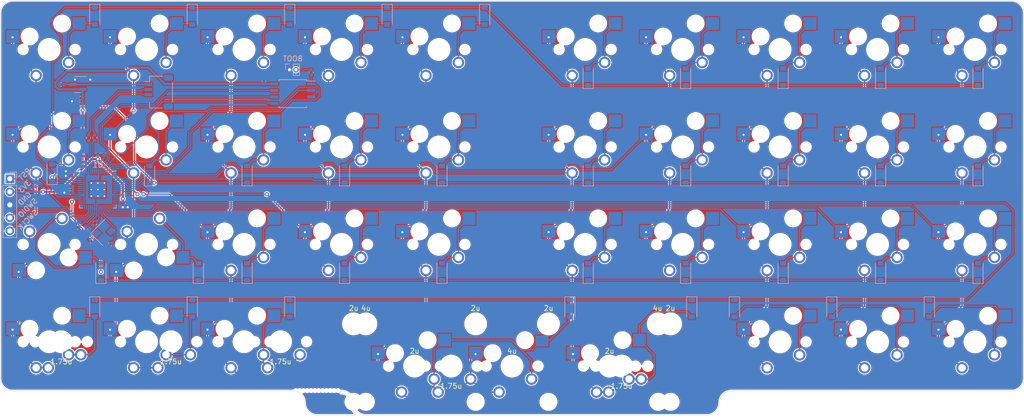
<source format=kicad_pcb>
(kicad_pcb (version 20221018) (generator pcbnew)
  (layers (0 "F.Cu" signal) (31 "B.Cu" signal) (34 "B.Paste" user) (35 "F.Paste" user) (36 "B.SilkS" user "B.Silkscreen") (37 "F.SilkS" user "F.Silkscreen") (38 "B.Mask" user) (39 "F.Mask" user) (44 "Edge.Cuts" user))
  (net 0 "")
  (net 1 "+1V1")
  (net 2 "GND")
  (net 3 "+3V3")
  (net 4 "XTAL_IN")
  (net 5 "Net-(C_Crystal2-Pad2)")
  (net 6 "+5V")
  (net 7 "row0")
  (net 8 "Net-(D1-A)")
  (net 9 "row1")
  (net 10 "row2")
  (net 11 "row3")
  (net 12 "Net-(D2-A)")
  (net 13 "Net-(D3-A)")
  (net 14 "Net-(D4-A)")
  (net 15 "Net-(D5-A)")
  (net 16 "Net-(D6-A)")
  (net 17 "Net-(D7-A)")
  (net 18 "Net-(D8-A)")
  (net 19 "Net-(D9-A)")
  (net 20 "Net-(D10-A)")
  (net 21 "Net-(D11-A)")
  (net 22 "Net-(D12-A)")
  (net 23 "Net-(D13-A)")
  (net 24 "Net-(D14-A)")
  (net 25 "Net-(D15-A)")
  (net 26 "Net-(D16-A)")
  (net 27 "Net-(D17-A)")
  (net 28 "Net-(D18-A)")
  (net 29 "Net-(D19-A)")
  (net 30 "Net-(D20-A)")
  (net 31 "Net-(D21-A)")
  (net 32 "Net-(D22-A)")
  (net 33 "Net-(D23-A)")
  (net 34 "Net-(D24-A)")
  (net 35 "Net-(D25-A)")
  (net 36 "Net-(D26-A)")
  (net 37 "Net-(D27-A)")
  (net 38 "Net-(D28-A)")
  (net 39 "Net-(D29-A)")
  (net 40 "Net-(D30-A)")
  (net 41 "D-")
  (net 42 "D+")
  (net 43 "RESET")
  (net 44 "SWDIO")
  (net 45 "SWCLK")
  (net 46 "col0")
  (net 47 "col1")
  (net 48 "col2")
  (net 49 "col3")
  (net 50 "col4")
  (net 51 "col5")
  (net 52 "col6")
  (net 53 "col7")
  (net 54 "col8")
  (net 55 "col9")
  (net 56 "XTAL_OUT")
  (net 57 "Net-(D31-A)")
  (net 58 "Net-(D32-A)")
  (net 59 "Net-(R_Flash1-Pad1)")
  (net 60 "CS")
  (net 61 "Net-(D33-A)")
  (net 62 "Net-(D34-A)")
  (net 63 "Net-(D35-A)")
  (net 64 "Net-(D36-A)")
  (net 65 "Net-(D37-A)")
  (net 66 "Net-(D38-A)")
  (net 75 "SD3")
  (net 76 "QSPI_CLK")
  (net 77 "SD0")
  (net 78 "SD2")
  (net 79 "SD1")
  (net 88 "Net-(U1-USB_DP)")
  (net 89 "Net-(U1-USB_DM)")
  (footprint "MX_Only:MXOnly-1.25U-NoLED" (layer "F.Cu") (at 96.440706 108.31734 180)
    (fp_text reference "MX41")
    (fp_text value "MX-NoLED")
  )
  (footprint "Mousebites:cutiepie-tab" (layer "F.Cu") (at 108.049491 117.872172)
    (fp_text reference "H1" hide)
    (fp_text value "Cutiepie Tab" hide)
    (fp_line (start -4.464855 4.762512) (end 2.8575 4.762512) (stroke (width 0.1)) (layer "Edge.Cuts"))
    (fp_line (start 1.692243 1.265587) (end 2.126989 0.856813) (stroke (width 0.1)) (layer "Edge.Cuts"))
    (fp_line (start 2.275531 3.56269) (end 2.99266 3.56269) (stroke (width 0.1)) (layer "Edge.Cuts"))
    (fp_arc (start -9.227367 0) (mid -7.543568 0.697453) (end -6.846115 2.381252) (stroke (width 0.1)) (layer "Edge.Cuts"))
    (fp_arc (start -4.464863 4.762504) (mid -6.14866 4.065049) (end -6.846115 2.381252) (stroke (width 0.1)) (layer "Edge.Cuts"))
    (fp_arc (start 0.297657 0) (mid 1.307679 0.224817) (end 2.126989 0.856813) (stroke (width 0.1)) (layer "Edge.Cuts"))
    (fp_arc (start 0.297657 0.595314) (mid 0.000001 0.297657) (end 0.297657 0) (stroke (width 0.1)) (layer "Edge.Cuts"))
    (fp_arc (start 0.297657 0.595314) (mid 1.071302 0.771591) (end 1.692243 1.265587) (stroke (width 0.1)) (layer "Edge.Cuts"))
    (fp_arc (start 2.969753 4.491497) (mid 2.572313 4.064711) (end 2.275531 3.56269) (stroke (width 0.1)) (layer "Edge.Cuts"))
    (fp_arc (start 2.969753 4.491497) (mid 3.004173 4.66451) (end 2.8575 4.762512) (stroke (width 0.1)) (layer "Edge.Cuts"))
    (fp_arc (start 5.060169 4.762512) (mid 3.864954 4.440828) (end 2.99266 3.56269) (stroke (width 0.1)) (layer "Edge.Cuts"))
  )
  (footprint "MX_Only:MXOnly-1.25U-NoLED" (layer "F.Cu") (at 53.57817 108.31734 180)
    (fp_text reference "MX39")
    (fp_text value "MX-NoLED")
  )
  (footprint "MX_Only:MXOnly-1U-NoLED" (layer "F.Cu") (at 75.009438 108.31734 180)
    (fp_text reference "MX40")
    (fp_text value "MX-NoLED")
  )
  (footprint "MX_Only:MXOnly-1.75U-NoLED" (layer "F.Cu") (at 129.778234 113.079844 180)
    (fp_text reference "MX43")
    (fp_text value "MX-NoLED")
  )
  (footprint "MX_Only:MXOnly-1.75U-NoLED" (layer "F.Cu") (at 163.115762 113.079844 180)
    (fp_text reference "MX46")
    (fp_text value "MX-NoLED")
  )
  (footprint "MX_Only:MXOnly-1U-Hotswap-Solder-PadSwapped" (layer "B.Cu") (at 232.171918 51.196918 180)
    (fp_text reference "MX35")
    (fp_text value "MX-NoLED")
  )
  (footprint "Capacitor_SMD:C_0402_1005Metric" (layer "B.Cu") (at 61.912656 71.43768 90)
    (fp_text reference "C_1V-Decoup2" hide)
    (fp_text value ".1u")
  )
  (footprint "MX_Only:MXOnly-1U-Hotswap-Solder-PadSwapped" (layer "B.Cu") (at 51.196918 108.31734 180)
    (fp_text reference "MX4")
    (fp_text value "MX-NoLED")
  )
  (footprint "MX_Only:MXOnly-1U-Hotswap-Solder-PadSwapped" (layer "B.Cu") (at 51.196918 51.196918 180)
    (fp_text reference "MX1")
    (fp_text value "MX-NoLED")
  )
  (footprint "Diode_SMD:D_SOD-123" (layer "B.Cu") (at 70.842366 75.604878 90)
    (fp_text reference "D6" hide)
    (fp_text value "D_Small")
  )
  (footprint "Diode_SMD:D_SOD-123" (layer "B.Cu") (at 108.942462 75.604878 90)
    (fp_text reference "D14" hide)
    (fp_text value "D_Small")
  )
  (footprint "Capacitor_SMD:C_0402_1005Metric" (layer "B.Cu") (at 63.103284 89.2971 45)
    (fp_text reference "C_Crystal1" hide)
    (fp_text value "22pF")
  )
  (footprint "MX_Only:MXOnly-1U-Hotswap-Solder-PadSwapped" (layer "B.Cu") (at 155.971918 89.296918 180)
    (fp_text reference "MX22")
    (fp_text value "MX-NoLED")
  )
  (footprint "Diode_SMD:D_SOD-123" (layer "B.Cu") (at 232.767774 94.654926 90)
    (fp_text reference "D37" hide)
    (fp_text value "D_Small")
  )
  (footprint "Resistor_SMD:R_0402_1005Metric" (layer "B.Cu") (at 60.126714 85.129902 45)
    (fp_text reference "R_Crystal1" hide)
    (fp_text value "1k")
  )
  (footprint "MX_Only:MXOnly-1U-Hotswap-Solder-PadSwapped" (layer "B.Cu") (at 127.396918 70.246918 180)
    (fp_text reference "MX17")
    (fp_text value "MX-NoLED")
  )
  (footprint "MX_Only:MXOnly-1U-Hotswap-Solder-PadSwapped" (layer "B.Cu") (at 51.196918 70.246918 180)
    (fp_text reference "MX2")
    (fp_text value "MX-NoLED")
  )
  (footprint "MX_Only:MXOnly-1U-Hotswap-Solder-PadSwapped" (layer "B.Cu") (at 89.296918 89.296918 180)
    (fp_text reference "MX11")
    (fp_text value "MX-NoLED")
  )
  (footprint "MX_Only:MXOnly-1U-Hotswap-Solder-PadSwapped" (layer "B.Cu") (at 89.296918 70.246918 180)
    (fp_text reference "MX10")
    (fp_text value "MX-NoLED")
  )
  (footprint "MX_Only:MXOnly-1U-Hotswap-Solder-PadSwapped" (layer "B.Cu") (at 127.396918 89.296918 180)
    (fp_text reference "MX18")
    (fp_text value "MX-NoLED")
  )
  (footprint "Diode_SMD:D_SOD-123" (layer "B.Cu") (at 127.99251 75.604878 90)
    (fp_text reference "D17" hide)
    (fp_text value "D_Small")
  )
  (footprint "MX_Only:MXOnly-1U-Hotswap-Solder-PadSwapped" (layer "B.Cu") (at 194.071918 108.346918 180)
    (fp_text reference "MX30")
    (fp_text value "MX-NoLED")
  )
  (footprint "Resistor_SMD:R_0402_1005Metric" (layer "B.Cu") (at 102.422124 55.661859 -90)
    (fp_text reference "R_Flash1" hide)
    (fp_text value "1k")
  )
  (footprint "Connector_PinHeader_1.27mm:PinHeader_1x02_P1.27mm_Vertical" (layer "B.Cu") (at 98.172125 55.151859 -90)
    (fp_text reference "SW1" hide)
    (fp_text value "Reset")
  )
  (footprint "Diode_SMD:D_SOD-123" (layer "B.Cu") (at 79.176762 101.798694 -90)
    (fp_text reference "D8" hide)
    (fp_text value "D_Small")
  )
  (footprint "Diode_SMD:D_SOD-123" (layer "B.Cu") (at 156.567582 56.55483 90)
    (fp_text reference "D20" hide)
    (fp_text value "D_Small")
  )
  (footprint "Diode_SMD:D_SOD-123" (layer "B.Cu") (at 108.942462 94.654926 90)
    (fp_text reference "D15" hide)
    (fp_text value "D_Small")
  )
  (footprint "Diode_SMD:D_SOD-123" (layer "B.Cu") (at 213.717726 56.55483 90)
    (fp_text reference "D31" hide)
    (fp_text value "D_Small")
  )
  (footprint "Capacitor_SMD:C_0402_1005Metric" (layer "B.Cu") (at 57.745458 73.223622 180)
    (fp_text reference "C_3V-Decoup2" hide)
    (fp_text value "1u")
  )
  (footprint "MX_Only:MXOnly-2U-Hotswap-Solder-ReversedStabilizers-PadSwapped" (layer "B.Cu") (at 160.73451 113.079844 180)
    (fp_text reference "MX23")
    (fp_text value "MX-NoLED")
  )
  (footprint "Diode_SMD:D_SOD-123" (layer "B.Cu") (at 117.276858 44.64855 -90)
    (fp_text reference "D13" hide)
    (fp_text value "D_Small")
  )
  (footprint "Diode_SMD:D_SOD-123" (layer "B.Cu") (at 176.808258 101.798694 -90)
    (fp_text reference "D23" hide)
    (fp_text value "D_Small")
  )
  (footprint "MX_Only:MXOnly-1U-Hotswap-Solder-PadSwapped" (layer "B.Cu") (at 213.121918 89.296918 180)
    (fp_text reference "MX33")
    (fp_text value "MX-NoLED")
  )
  (footprint "Capacitor_SMD:C_0402_1005Metric" (layer "B.Cu") (at 60.722028 71.43768 90)
    (fp_text reference "C_3V-Decoup7" hide)
    (fp_text value ".1u")
  )
  (footprint "Diode_SMD:D_SOD-123" (layer "B.Cu") (at 213.717726 75.604878 90)
    (fp_text reference "D32" hide)
    (fp_text value "D_Small")
  )
  (footprint "Diode_SMD:D_SOD-123" (layer "B.Cu") (at 60.126714 101.798694 -90)
    (fp_text reference "D4" hide)
    (fp_text value "D_Small")
  )
  (footprint "MX_Only:MXOnly-1U-Hotswap-Solder-PadSwapped" (layer "B.Cu") (at 108.346918 51.196918 180)
    (fp_text reference "MX13")
    (fp_text value "MX-NoLED")
  )
  (footprint "Capacitor_SMD:C_0402_1005Metric" (layer "B.Cu") (at 66.079854 79.772076)
    (fp_text reference "C_3V-Decoup9" hide)
    (fp_text value ".1u")
  )
  (footprint "Capacitor_SMD:C_0402_1005Metric" (layer "B.Cu") (at 55.364202 79.176762 180)
    (fp_text reference "C_3V-Decoup4" hide)
    (fp_text value ".1u")
  )
  (footprint "Diode_SMD:D_SOD-123" (layer "B.Cu") (at 175.61763 94.654926 90)
    (fp_text reference "D26" hide)
    (fp_text value "D_Small")
  )
  (footprint "MX_Only:MXOnly-1U-Hotswap-Solder-PadSwapped" (layer "B.Cu") (at 194.071918 89.296918 180)
    (fp_text reference "MX29")
    (fp_text value "MX-NoLED")
  )
  (footprint "Diode_SMD:D_SOD-123" (layer "B.Cu") (at 194.667678 75.604878 90)
    (fp_text reference "D28" hide)
    (fp_text value "D_Small")
  )
  (footprint "MX_Only:MXOnly-1U-Hotswap-Solder-PadSwapped" (layer "B.Cu") (at 108.346918 89.296918 180)
    (fp_text reference "MX15")
    (fp_text value "MX-NoLED")
  )
  (footprint "Resistor_SMD:R_0402_1005Metric" (layer "B.Cu") (at 60.126714 68.46111 -90)
    (fp_text reference "R_DATA1" hide)
    (fp_text value "27")
  )
  (footprint "MX_Only:MXOnly-1U-Hotswap-Solder-PadSwapped" (layer "B.Cu") (at 108.346918 70.246918 180)
    (fp_text reference "MX14")
    (fp_text value "MX-NoLED")
  )
  (footprint "MX_Only:MXOnly-1U-Hotswap-Solder-PadSwapped" (layer "B.Cu") (at 127.396918 51.196918 180)
    (fp_text reference "MX16")
    (fp_text value "MX-NoLED")
  )
  (footprint "MX_Only:MXOnly-1U-Hotswap-Solder-PadSwapped" (layer "B.Cu") (at 70.246918 51.196918 180)
    (fp_text reference "MX5")
    (fp_text value "MX-NoLED")
  )
  (footprint "Capacitor_SMD:C_0402_1005Metric" (layer "B.Cu") (at 58.340772 86.32053 -90)
    (fp_text reference "C_3V-Decoup8" hide)
    (fp_text value ".1u")
  )
  (footprint "MX_Only:MXOnly-1U-Hotswap-Solder-PadSwapped" (layer "B.Cu") (at 175.021918 51.196918 180)
    (fp_text reference "MX24")
    (fp_text value "MX-NoLED")
  )
  (footprint "Capacitor_SMD:C_0402_1005Metric" (layer "B.Cu") (at 93.166641 57.447801 90)
    (fp_text reference "C_Flash1" hide)
    (fp_text value ".1u")
  )
  (footprint "MX_Only:MXOnly-1U-Hotswap-Solder-PadSwapped" (layer "B.Cu") (at 155.971918 70.246918 180)
    (fp_text reference "MX21")
    (fp_text value "MX-NoLED")
  )
  (footprint "MX_Only:MXOnly-1U-Hotswap-Solder-PadSwapped" (layer "B.Cu") (at 213.121918 70.246918 180)
    (fp_text reference "MX32")
    (fp_text value "MX-NoLED")
  )
  (footprint "MX_Only:MXOnly-1U-Hotswap-Solder-PadSwapped" (layer "B.Cu") (at 232.171918 108.346918 180)
    (fp_text reference "MX38")
    (fp_text value "MX-NoLED")
  )
  (footprint "Diode_SMD:D_SOD-123" (layer "B.Cu") (at 89.892414 75.604878 90)
    (fp_text reference "D10" hide)
    (fp_text value "D_Small")
  )
  (footprint "MX_Only:MXOnly-1U-Hotswap-Solder-PadSwapped" (layer "B.Cu") (at 155.971918 51.196918 180)
    (fp_text reference "MX20")
    (fp_text value "MX-NoLED")
  )
  (footprint "Diode_SMD:D_SOD-123" (layer "B.Cu") (at 232.767774 56.55483 90)
    (fp_text reference "D35" hide)
    (fp_text value "D_Small")
  )
  (footprint "MX_Only:MXOnly-1U-Hotswap-Solder-PadSwapped" (layer "B.Cu") (at 70.246918 70.246918 180)
    (fp_text reference "MX6")
    (fp_text value "MX-NoLED")
  )
  (footprint "Diode_SMD:D_SOD-123" (layer "B.Cu") (at 223.24275 101.798694 -90)
    (fp_text reference "D38" hide)
    (fp_text value "D_Small")
  )
  (footprint "Diode_SMD:D_SOD-123" (layer "B.Cu") (at 152.995698 101.798694 -90)
    (fp_text reference "D19" hide)
    (fp_text value "D_Small")
  )
  (footprint "Package_TO_SOT_SMD:SOT-23" (layer "B.Cu") (at 56.807958 58.0314 180)
    (fp_text reference "U3" hide)
    (fp_text value "XC6206PxxxMR")
  )
  (footprint "MX_Only:MXOnly-1U-Hotswap-Solder-PadSwapped" (layer "B.Cu") (at 232.171918 70.246918 180)
    (fp_text reference "MX36")
    (fp_text value "MX-NoLED")
  )
  (footprint "Diode_SMD:D_SOD-123" (layer "B.Cu") (at 175.61763 75.604878 90)
    (fp_text reference "D25" hide)
    (fp_text value "D_Small")
  )
  (footprint "MX_Only:MXOnly-1U-Hotswap-Solder-PadSwapped" (layer "B.Cu") (at 232.171918 89.296918 180)
    (fp_text reference "MX37")
    (fp_text value "MX-NoLED")
  )
  (footprint "MX_Only:MXOnly-1U-Hotswap-Solder-PadSwapped" (layer "B.Cu") (at 70.246934 108.31734 180)
    (fp_text reference "MX8")
    (fp_text value "MX-NoLED")
  )
  (footprint "Diode_SMD:D_SOD-123" (layer "B.Cu") (at 89.892414 94.654926 90)
    (fp_text reference "D11" hide)
    (fp_text value "D_Small")
  )
  (footprint "Capacitor_SMD:C_0402_1005Metric" (layer "B.Cu") (at 57.150144 86.32053 -90)
    (fp_text reference "C_1V-Decoup3" hide)
    (fp_text value ".1u")
  )
  (footprint "MX_Only:MXOnly-1U-Hotswap-Solder-PadSwapped" (layer "B.Cu") (at 175.021918 89.296918 180)
    (fp_text reference "MX26")
    (fp_text value "MX-NoLED")
  )
  (footprint "Diode_SMD:D_SOD-123" (layer "B.Cu") (at 127.99251 94.654926 90)
    (fp_text reference "D18" hide)
    (fp_text value "D_Small")
  )
  (footprint "MX_Only:MXOnly-4U-Hotswap-Solder-ReversedStabilizers-PadSwapped" (layer "B.Cu") (at 141.684494 113.079844 180)
    (fp_text reference "MX44")
    (fp_text value "MX-NoLED")
  )
  (footprint "MX_Only:MXOnly-1U-Hotswap-Solder-PadSwapped" (layer "B.Cu") (at 89.296918 51.196918 180)
    (fp_text reference "MX9")
    (fp_text value "MX-NoLED")
  )
  (footprint "Diode_SMD:D_SOD-123" (layer "B.Cu") (at 204.192702 101.798694 -90)
    (fp_text reference "D34" hide)
    (fp_text value "D_Small")
  )
  (footprint "Diode_SMD:D_SOD-123" (layer "B.Cu") (at 51.792318 75.307221 90)
    (fp_text reference "D2" hide)
    (fp_text value "D_Small")
  )
  (footprint "Diode_SMD:D_SOD-123" (layer "B.Cu") (at 61.317342 94.654926 90)
    (fp_text reference "D3" hide)
    (fp_text value "D_Small")
  )
  (footprint "Diode_SMD:D_SOD-123" (layer "B.Cu") (at 194.667678 94.654926 90)
    (fp_text reference "D29" hide)
    (fp_text value "D_Small")
  )
  (footprint "Diode_SMD:D_SOD-123" (layer "B.Cu") (at 136.326906 44.64855 -90)
    (fp_text reference "D16" hide)
    (fp_text value "D_Small")
  )
  (footprint "Capacitor_SMD:C_0402_1005Metric" (layer "B.Cu") (at 66.079854 80.962704)
    (fp_text reference "C_3V-Decoup6" hide)
    (fp_text value ".1u")
  )
  (footprint "Diode_SMD:D_SOD-123" (layer "B.Cu") (at 185.142654 101.798694 -90)
    (fp_text reference "D30" hide)
    (fp_text value "D_Small")
  )
  (footprint "Diode_SMD:D_SOD-123" (layer "B.Cu") (at 60.126714 44.64855 -90)
    (fp_text reference "D1" hide)
    (fp_text value "D_Small")
  )
  (footprint "Capacitor_SMD:C_0402_1005Metric" (layer "B.Cu") (at 57.265458 61.912656 180)
    (fp_text reference "C_3V-Decoup1" hide)
    (fp_text value "10u")
  )
  (footprint "Capacitor_SMD:C_0402_1005Metric" (layer "B.Cu") (at 53.57826 58.0314 180)
    (fp_text reference "C_LD1" hide)
    (fp_text value "1u")
  )
  (footprint "MX_Only:MXOnly-1U-Hotswap-Solder-PadSwapped" (layer "B.Cu") (at 70.246918 89.296918)
    (fp_text reference "MX7")
    (fp_text value "MX-NoLED")
  )
  (footprint "Resistor_SMD:R_0402_1005Metric" (layer "B.Cu") (at 48.220434 78.496134 90)
    (fp_text reference "R_RST1" hide)
    (fp_text value "1k")
  )
  (footprint "MX_Only:MXOnly-1U-Hotswap-Solder-PadSwapped" (layer "B.Cu") (at 89.29695 108.31734 180)
    (fp_text reference "MX12")
    (fp_text value "MX-NoLED")
  )
  (footprint "MX_Only:MXOnly-1U-Hotswap-Solder-PadSwapped" (layer "B.Cu") (at 51.196918 89.296918)
    (fp_text reference "MX3")
    (fp_text value "MX-NoLED")
  )
  (footprint "Package_SO:SOIC-8_5.23x5.23mm_P1.27mm" (layer "B.Cu") (at 98.822124 59.829057 180)
    (fp_text reference "U2" hide)
    (fp_text value "W25Q128JVS")
  )
  (footprint "Diode_SMD:D_SOD-123" (layer "B.Cu") (at 213.717726 94.654926 90)
    (fp_text reference "D33" hide)
    (fp_text value "D_Small")
  )
  (footprint "Diode_SMD:D_SOD-123" (layer "B.Cu") (at 232.767774 75.604878 90)
    (fp_text reference "D36" hide)
    (fp_text value "D_Small")
  )
  (footprint "Diode_SMD:D_SOD-123" (layer "B.Cu") (at 80.36739 94.654926 90)
    (fp_text reference "D7" hide)
    (fp_text value "D_Small")
  )
  (footprint "Diode_SMD:D_SOD-123" (layer "B.Cu") (at 98.22681 101.798694 -90)
    (fp_text reference "D12" hide)
    (fp_text value "D_Small")
  )
  (footprint "Capacitor_SMD:C_0402_1005Metric" (layer "B.Cu") (at 57.745458 72.032994 180)
    (fp_text reference "C_1V-Decoup1" hide)
    (fp_text value "1u")
  )
  (footprint "Capacitor_SMD:C_0402_1005Metric" (layer "B.Cu") (at 55.661859 75.501448 90)
    (fp_text reference "C_3V-Decoup3" hide)
    (fp_text value ".1u")
  )
  (footprint "MX_Only:MXOnly-1U-Hotswap-Solder-PadSwapped" (layer "B.Cu") (at 194.071918 51.196918 180)
    (fp_text reference "MX27")
    (fp_text value "MX-NoLED")
  )
  (footprint "Diode_SMD:D_SOD-123" (layer "B.Cu") (at 156.567582 94.654926 90)
    (fp_text reference "D22" hide)
    (fp_text value "D_Small")
  )
  (footprint "cipulot_parts:RP2040-QFN-56" (layer "B.Cu") (at 60.722028 78.581448 180)
    (fp_text reference "U1")
    (fp_text value "RP2040")
  )
  (footprint "Connector_PinHeader_2.54mm:PinHeader_1x05_P2.54mm_Vertical" (layer "B.Cu") (at 43.521918 76.478018 180)
    (fp_text reference "J2" hide)
    (fp_text value "SWD")
  )
  (footprint "Diode_SMD:D_SOD-123" (layer "B.Cu") (at 194.667678 56.55483 90)
    (fp_text reference "D27" hide)
    (fp_text value "D_Small")
  )
  (footprint "Capacitor_SMD:C_0402_1005Metric" (layer "B.Cu") (at 59.5314 88.701786 135)
    (fp_text reference "C_Crystal2" hide)
    (fp_text value "22pF")
  )
  (footprint "MX_Only:MXOnly-1U-Hotswap-Solder-PadSwapped" (layer "B.Cu") (at 194.071918 70.246918 180)
    (fp_text reference "MX28")
    (fp_text value "MX-NoLED")
  )
  (footprint "MX_Only:MXOnly-1U-Hotswap-Solder-PadSwapped" (layer "B.Cu") (at 175.021918 70.246918 180)
    (fp_text reference "MX25")
    (fp_text value "MX-NoLED")
  )
  (footprint "Diode_SMD:D_SOD-123" (layer "B.Cu") (at 98.22681 44.64855 -90)
    (fp_text reference "D9" hide)
    (fp_text value "D_Small")
  )
  (footprint "Diode_SMD:D_SOD-123" (layer "B.Cu") (at 175.61763 56.55483 90)
    (fp_text reference "D24" hide)
    (fp_text value "D_Small")
  )
  (footprint "Capacitor_SMD:C_0402_1005Metric" (layer "B.Cu") (at 55.364202 77.986134 180)
    (fp_text reference "C_3V-Decoup5" hide)
    (fp_text value ".1u")
  )
  (footprint "Resistor_SMD:R_0402_1005Metric" (layer "B.Cu") (at 58.936086 68.46111 -90)
    (fp_text reference "R_DATA2" hide)
    (fp_text value "27")
  )
  (footprint "MX_Only:MXOnly-1U-Hotswap-Solder-PadSwapped" (layer "B.Cu") (at 213.121918 108.346918 180)
    (fp_text reference "MX34")
    (fp_text value "MX-NoLED")
  )
  (footprint "Capacitor_SMD:C_0402_1005Metric" (layer "B.Cu") (at 57.265458 60.722028 180)
    (fp_text reference "C_LD2" hide)
    (fp_text value "1u")
  )
  (footprint "Connector_JST:JST_SH_SM04B-SRSS-TB_1x04-1MP_P1.00mm_Horizontal" (layer "B.Cu") (at 72.628308 59.5314 -90)
    (fp_text reference "J1" hide)
    (fp_text value "SM04B")
  )
  (footprint "MX_Only:MXOnly-2U-Hotswap-Solder-ReversedStabilizers-PadSwapped" (layer "B.Cu") (at 122.634478 113.079844 180)
    (fp_text reference "MX19")
    (fp_text value "MX-NoLED")
  )
  (footprint "Diode_SMD:D_SOD-123" (layer "B.Cu") (at 156.567582 75.604878 90)
    (fp_text reference "D21" hide)
    (fp_text value "D_Small")
  )
  (footprint "Crystal:Crystal_SMD_3225-4Pin_3.2x2.5mm" (layer "B.Cu") (at 61.912656 86.915844 45)
    (fp_text reference "Y1" hide)
    (fp_text value "12MHz")
  )
  (footprint "Diode_SMD:D_SOD-123" (layer "B.Cu") (at 79.176762 44.64855 -90)
    (fp_text reference "D5" hide)
    (fp_text value "D_Small")
  )
  (footprint "MX_Only:MXOnly-1U-Hotswap-Solder-PadSwapped" (layer "B.Cu") (at 213.121918 51.196918 180)
    (fp_text reference "MX31")
    (fp_text value "MX-NoLED")
  )
  (gr_line (start 184.54703 117.871974) (end 239.315826 117.871974) (stroke (width 0.1)) (layer "Edge.Cuts"))
  (gr_arc (start 239.315826 41.67191) (mid 240.999625 42.369363) (end 241.697078 44.053162) (stroke (width 0.1)) (layer "Edge.Cuts"))
  (gr_line (start 241.697078 44.053162) (end 241.697078 115.490722) (stroke (width 0.1)) (layer "Edge.Cuts"))
  (gr_line (start 239.315826 41.67191) (end 44.053162 41.67191) (stroke (width 0.1)) (layer "Edge.Cuts"))
  (gr_arc (start 182.165778 120.253226) (mid 182.863231 118.569427) (end 184.54703 117.871974) (stroke (width 0.1)) (layer "Edge.Cuts"))
  (gr_line (start 98.822124 117.872172) (end 44.053162 117.871974) (stroke (width 0.1)) (layer "Edge.Cuts"))
  (gr_line (start 41.67191 44.053162) (end 41.67191 115.490722) (stroke (width 0.1)) (layer "Edge.Cuts"))
  (gr_line (start 113.10966 122.634684) (end 179.784828 122.634684) (stroke (width 0.1)) (layer "Edge.Cuts"))
  (gr_arc (start 182.165778 120.253226) (mid 181.468325 121.937025) (end 179.784526 122.634478) (stroke (width 0.1)) (layer "Edge.Cuts"))
  (gr_arc (start 241.697078 115.490722) (mid 240.999625 117.174521) (end 239.315826 117.871974) (stroke (width 0.1)) (layer "Edge.Cuts"))
  (gr_arc (start 44.053162 117.871974) (mid 42.369363 117.174521) (end 41.67191 115.490722) (stroke (width 0.1)) (layer "Edge.Cuts"))
  (gr_arc (start 41.67191 44.053162) (mid 42.369363 42.369363) (end 44.053162 41.67191) (stroke (width 0.1)) (layer "Edge.Cuts"))
  (gr_text "3V3" (at 46.434492 77.986134 45) (layer "B.SilkS") (effects (font (size 1 1)) (justify mirror)))
  (gr_text "RST" (at 46.434492 75.604878 45) (layer "B.SilkS") (effects (font (size 1 1)) (justify mirror)))
  (gr_text "GND" (at 46.434492 80.36739 45) (layer "B.SilkS") (effects (font (size 1 1)) (justify mirror)))
  (gr_text "SWCLK" (at 47.029806 84.534588 45) (layer "B.SilkS") (effects (font (size 1 1)) (justify mirror)))
  (gr_text "SWDIO" (at 47.029806 82.153332 45) (layer "B.SilkS") (effects (font (size 1 1)) (justify mirror)))
  (gr_text "BOOT" (at 98.822124 52.982946) (layer "B.SilkS") (effects (font (size 1 1)) (justify mirror)))
  (gr_text "1.75u" (at 163.116036 116.979201) (layer "F.SilkS") (effects (font (size 1 1))))
  (gr_text "4u" (at 170.121918 101.768897) (layer "F.SilkS") (effects (font (size 1 1))))
  (gr_text "2u" (at 148.82825 101.768897) (layer "F.SilkS") (effects (font (size 1 1))))
  (gr_text "2u" (at 110.728218 101.768897) (layer "F.SilkS") (effects (font (size 1 1))))
  (gr_text "2u" (at 160.73478 110.13309) (layer "F.SilkS") (effects (font (size 1 1))))
  (gr_text "4u" (at 113.10947 101.768897) (layer "F.SilkS") (effects (font (size 1 1))))
  (gr_text "1.75u" (at 96.440868 112.216689) (layer "F.SilkS") (effects (font (size 1 1))))
  (gr_text "4u" (at 141.684494 110.13309) (layer "F.SilkS") (effects (font (size 1 1))))
  (gr_text "1.75u" (at 53.57826 112.216689) (layer "F.SilkS") (effects (font (size 1 1))))
  (gr_text "1.75u" (at 129.778452 116.979201) (layer "F.SilkS") (effects (font (size 1 1))))
  (gr_text "1.75u" (at 75.009564 112.216689) (layer "F.SilkS") (effects (font (size 1 1))))
  (gr_text "2u" (at 122.621918 110.13309) (layer "F.SilkS") (effects (font (size 1 1))))
  (gr_text "2u" (at 172.64077 101.768897) (layer "F.SilkS") (effects (font (size 1 1))))
  (gr_text "2u" (at 134.540738 101.768897) (layer "F.SilkS") (effects (font (size 1 1))))
  (segment (start 60.922028 73.418258) (end 61.912656 72.42763) (width 0.2) (layer "B.Cu") (net 1))
  (segment (start 60.122028 83.493588) (end 58.7109 84.904716) (width 0.2) (layer "B.Cu") (net 1))
  (segment (start 58.340772 72.032994) (end 58.922028 72.61425) (width 0.2) (layer "B.Cu") (net 1))
  (segment (start 60.122028 82.018948) (end 60.122028 83.493588) (width 0.2) (layer "B.Cu") (net 1))
  (segment (start 61.912656 72.42763) (end 61.912656 71.91768) (width 0.2) (layer "B.Cu") (net 1))
  (segment (start 60.922028 75.143948) (end 60.922028 73.418258) (width 0.2) (layer "B.Cu") (net 1))
  (segment (start 58.922028 72.61425) (end 58.922028 75.143948) (width 0.2) (layer "B.Cu") (net 1))
  (segment (start 58.7109 84.904716) (end 58.085958 84.904716) (width 0.2) (layer "B.Cu") (net 1))
  (segment (start 58.085958 84.904716) (end 57.150144 85.84053) (width 0.2) (layer "B.Cu") (net 1))
  (via (at 54.173574 79.176762) (size 0.8) (drill 0.4) (layers "F.Cu" "B.Cu") (net 2))
  (via (at 65.599854 82.018948) (size 0.8) (drill 0.4) (layers "F.Cu" "B.Cu") (net 2))
  (via (at 59.233743 57.0814) (size 0.8) (drill 0.4) (layers "F.Cu" "B.Cu") (net 2))
  (via (at 54.471231 75.009564) (size 0.8) (drill 0.4) (layers "F.Cu" "B.Cu") (net 2))
  (via (at 55.661859 61.317342) (size 0.8) (drill 0.4) (layers "F.Cu" "B.Cu") (net 2))
  (via (at 66.559854 82.018948) (size 0.8) (drill 0.4) (layers "F.Cu" "B.Cu") (net 2))
  (via (at 54.471231 75.902535) (size 0.8) (drill 0.4) (layers "F.Cu" "B.Cu") (net 2))
  (via (at 56.257173 57.0814) (size 0.8) (drill 0.4) (layers "F.Cu" "B.Cu") (net 2))
  (segment (start 57.745458 74.41425) (end 57.150144 75.009564) (width 0.4) (layer "F.Cu") (net 3))
  (segment (start 57.150144 75.009564) (end 53.153574 79.006134) (width 0.4) (layer "F.Cu") (net 3))
  (segment (start 57.150144 75.009564) (end 59.5314 72.628308) (width 0.4) (layer "F.Cu") (net 3))
  (segment (start 57.745458 74.41425) (end 57.745458 63.103284) (width 0.4) (layer "F.Cu") (net 3))
  (segment (start 59.5314 72.628308) (end 60.722028 72.628308) (width 0.4) (layer "F.Cu") (net 3))
  (segment (start 60.722028 72.628308) (end 65.599854 77.506134) (width 0.4) (layer "F.Cu") (net 3))
  (segment (start 65.599854 77.506134) (end 65.599854 80.36739) (width 0.4) (layer "F.Cu") (net 3))
  (segment (start 53.153574 79.006134) (end 50.006376 79.006134) (width 0.4) (layer "F.Cu") (net 3))
  (via (at 50.006376 79.006134) (size 0.8) (drill 0.4) (layers "F.Cu" "B.Cu") (net 3))
  (via (at 60.722028 72.628308) (size 0.8) (drill 0.4) (layers "F.Cu" "B.Cu") (net 3))
  (via (at 57.150144 75.009564) (size 0.8) (drill 0.4) (layers "F.Cu" "B.Cu") (net 3))
  (via (at 57.745458 63.103284) (size 0.8) (drill 0.4) (layers "F.Cu" "B.Cu") (net 3))
  (via (at 65.599854 80.36739) (size 0.8) (drill 0.4) (layers "F.Cu" "B.Cu") (net 3))
  (segment (start 57.745458 58.9814) (end 57.745458 63.103284) (width 0.4) (layer "B.Cu") (net 3))
  (segment (start 60.522028 72.828308) (end 60.522028 75.143948) (width 0.2) (layer "B.Cu") (net 3))
  (segment (start 49.994492 79.018018) (end 43.521918 79.018018) (width 0.4) (layer "B.Cu") (net 3))
  (segment (start 60.122028 73.228308) (end 60.122028 75.143948) (width 0.2) (layer "B.Cu") (net 3))
  (segment (start 60.522028 83.659274) (end 58.340772 85.84053) (width 0.2) (layer "B.Cu") (net 3))
  (segment (start 55.844202 77.986134) (end 55.844202 79.176762) (width 0.4) (layer "B.Cu") (net 3))
  (segment (start 66.462958 55.364202) (end 67.075242 54.751918) (width 0.4) (layer "B.Cu") (net 3))
  (segment (start 52.41826 57.637725) (end 54.691783 55.364202) (width 0.4) (layer "B.Cu") (net 3))
  (segment (start 52.41826 58.425075) (end 52.41826 57.637725) (width 0.4) (layer "B.Cu") (net 3))
  (segment (start 60.722028 72.628308) (end 60.122028 73.228308) (width 0.2) (layer "B.Cu") (net 3))
  (segment (start 70.604587 54.751918) (end 73.776726 57.924057) (width 0.4) (layer "B.Cu") (net 3))
  (segment (start 73.776726 57.924057) (end 95.222124 57.924057) (width 0.4) (layer "B.Cu") (net 3))
  (segment (start 60.722028 71.91768) (end 60.722028 72.628308) (width 0.2) (layer "B.Cu") (net 3))
  (segment (start 65.409226 79.581448) (end 65.599854 79.772076) (width 0.2) (layer "B.Cu") (net 3))
  (segment (start 60.722028 72.628308) (end 60.522028 72.828308) (width 0.2) (layer "B.Cu") (net 3))
  (segment (start 67.075242 54.751918) (end 70.604587 54.751918) (width 0.4) (layer "B.Cu") (net 3))
  (segment (start 55.844202 79.176762) (end 56.248888 79.581448) (width 0.2) (layer "B.Cu") (net 3))
  (segment (start 50.006376 79.006134) (end 49.994492 79.018018) (width 0.4) (layer "B.Cu") (net 3))
  (segment (start 65.599854 79.772076) (end 65.599854 80.962704) (width 0.4) (layer "B.Cu") (net 3))
  (segment (start 52.974585 58.9814) (end 52.41826 58.425075) (width 0.4) (layer "B.Cu") (net 3))
  (segment (start 57.284528 75.981448) (end 55.661859 75.981448) (width 0.2) (layer "B.Cu") (net 3))
  (segment (start 57.745458 58.9814) (end 52.974585 58.9814) (width 0.4) (layer "B.Cu") (net 3))
  (segment (start 64.159528 79.581448) (end 65.409226 79.581448) (width 0.2) (layer "B.Cu") (net 3))
  (segment (start 54.691783 55.364202) (end 66.462958 55.364202) (width 0.4) (layer "B.Cu") (net 3))
  (segment (start 60.522028 82.018948) (end 60.522028 83.659274) (width 0.2) (layer "B.Cu") (net 3))
  (segment (start 56.248888 79.581448) (end 57.284528 79.581448) (width 0.2) (layer "B.Cu") (net 3))
  (segment (start 61.322028 83.355365) (end 64.038009 86.071346) (width 0.2) (layer "B.Cu") (net 4))
  (segment (start 61.322028 82.018948) (end 61.322028 83.355365) (width 0.2) (layer "B.Cu") (net 4))
  (segment (start 63.442695 88.957689) (end 64.038009 88.362375) (width 0.2) (layer "B.Cu") (net 4))
  (segment (start 64.038009 88.362375) (end 64.038009 86.071346) (width 0.2) (layer "B.Cu") (net 4))
  (segment (start 59.76609 87.788274) (end 59.76609 85.490526) (width 0.2) (layer "B.Cu") (net 5))
  (segment (start 59.191989 88.362375) (end 59.76609 87.788274) (width 0.2) (layer "B.Cu") (net 5))
  (segment (start 54.05826 58.0314) (end 55.870458 58.0314) (width 0.3) (layer "B.Cu") (net 6))
  (segment (start 55.870458 58.0314) (end 70.628308 58.0314) (width 0.3) (layer "B.Cu") (net 6))
  (segment (start 48.849018 72.266942) (end 48.849018 68.86677) (width 0.2) (layer "B.Cu") (net 7))
  (segment (start 136.326906 42.99855) (end 151.533186 58.20483) (width 0.2) (layer "B.Cu") (net 7))
  (segment (start 53.363524 76.781448) (end 48.849018 72.266942) (width 0.2) (layer "B.Cu") (net 7))
  (segment (start 60.126714 42.99855) (end 136.326906 42.99855) (width 0.2) (layer "B.Cu") (net 7))
  (segment (start 53.544818 48.54677) (end 51.792318 46.79427) (width 0.2) (layer "B.Cu") (net 7))
  (segment (start 48.849018 68.86677) (end 51.882918 65.83287) (width 0.2) (layer "B.Cu") (net 7))
  (segment (start 51.792318 45.439566) (end 54.233334 42.99855) (width 0.2) (layer "B.Cu") (net 7))
  (segment (start 151.533186 58.20483) (end 156.567582 58.20483) (width 0.2) (layer "B.Cu") (net 7))
  (segment (start 51.882918 65.83287) (end 51.882918 53.83135) (width 0.2) (layer "B.Cu") (net 7))
  (segment (start 53.544818 52.16945) (end 53.544818 48.54677) (width 0.2) (layer "B.Cu") (net 7))
  (segment (start 51.882918 53.83135) (end 53.544818 52.16945) (width 0.2) (layer "B.Cu") (net 7))
  (segment (start 156.567582 58.20483) (end 232.767774 58.20483) (width 0.2) (layer "B.Cu") (net 7))
  (segment (start 57.284528 76.781448) (end 53.363524 76.781448) (width 0.2) (layer "B.Cu") (net 7))
  (segment (start 54.233334 42.99855) (end 60.126714 42.99855) (width 0.2) (layer "B.Cu") (net 7))
  (segment (start 51.792318 46.79427) (end 51.792318 45.439566) (width 0.2) (layer "B.Cu") (net 7))
  (segment (start 55.006918 48.148918) (end 57.038918 46.116918) (width 0.25) (layer "B.Cu") (net 8))
  (segment (start 57.038918 46.116918) (end 59.945082 46.116918) (width 0.25) (layer "B.Cu") (net 8))
  (segment (start 55.006918 53.736918) (end 55.006918 48.148918) (width 0.25) (layer "B.Cu") (net 8))
  (segment (start 67.899018 69.023202) (end 68.290918 68.631302) (width 0.2) (layer "F.Cu") (net 9))
  (segment (start 51.494661 67.224229) (end 53.544818 69.274386) (width 0.2) (layer "F.Cu") (net 9))
  (segment (start 53.544818 74.447692) (end 53.544818 69.274386) (width 0.2) (layer "F.Cu") (net 9))
  (segment (start 68.290918 68.631302) (end 68.290918 66.802633) (width 0.2) (layer "F.Cu") (net 9))
  (segment (start 71.735337 77.254878) (end 67.899018 73.418559) (width 0.2) (layer "F.Cu") (net 9))
  (segment (start 53.38529 62.403284) (end 51.494661 64.293913) (width 0.2) (layer "F.Cu") (net 9))
  (segment (start 51.792318 76.200192) (end 53.544818 74.447692) (width 0.2) (layer "F.Cu") (net 9))
  (segment (start 51.494661 64.293913) (end 51.494661 67.224229) (width 0.2) (layer "F.Cu") (net 9))
  (segment (start 63.891569 62.403284) (end 53.38529 62.403284) (width 0.2) (layer "F.Cu") (net 9))
  (segment (start 67.899018 73.418559) (end 67.899018 69.023202) (width 0.2) (layer "F.Cu") (net 9))
  (segment (start 68.290918 66.802633) (end 63.891569 62.403284) (width 0.2) (layer "F.Cu") (net 9))
  (via (at 51.792318 76.200192) (size 0.8) (drill 0.4) (layers "F.Cu" "B.Cu") (net 9))
  (via (at 71.735337 77.254878) (size 0.8) (drill 0.4) (layers "F.Cu" "B.Cu") (net 9))
  (segment (start 70.978308 77.254878) (end 232.767774 77.254878) (width 0.2) (layer "B.Cu") (net 9))
  (segment (start 51.792318 76.200192) (end 51.792318 76.957221) (width 0.2) (layer "B.Cu") (net 9))
  (segment (start 52.016545 77.181448) (end 57.284528 77.181448) (width 0.2) (layer "B.Cu") (net 9))
  (segment (start 55.661859 84.126604) (end 55.661859 80.962704) (width 0.2) (layer "F.Cu") (net 10))
  (segment (start 61.317342 89.782087) (end 55.661859 84.126604) (width 0.2) (layer "F.Cu") (net 10))
  (segment (start 61.317342 94.654926) (end 61.317342 89.782087) (width 0.2) (layer "F.Cu") (net 10))
  (via (at 55.661859 80.962704) (size 0.8) (drill 0.4) (layers "F.Cu" "B.Cu") (net 10))
  (via (at 61.317342 94.654926) (size 0.8) (drill 0.4) (layers "F.Cu" "B.Cu") (net 10))
  (segment (start 61.317342 94.654926) (end 61.317342 96.304926) (width 0.2) (layer "B.Cu") (net 10))
  (segment (start 56.243115 80.381448) (end 55.661859 80.962704) (width 0.2) (layer "B.Cu") (net 10))
  (segment (start 57.284528 80.381448) (end 56.243115 80.381448) (width 0.2) (layer "B.Cu") (net 10))
  (segment (start 61.317342 96.304926) (end 232.767774 96.304926) (width 0.2) (layer "B.Cu") (net 10))
  (segment (start 66.122553 79.151918) (end 65.752082 78.781448) (width 0.2) (layer "B.Cu") (net 11))
  (segment (start 68.88295 81.162918) (end 238.084918 81.162918) (width 0.2) (layer "B.Cu") (net 11))
  (segment (start 60.126714 100.148694) (end 223.24275 100.148694) (width 0.2) (layer "B.Cu") (net 11))
  (segment (start 239.588918 91.133782) (end 239.588918 82.666918) (width 0.2) (layer "B.Cu") (net 11))
  (segment (start 66.122553 79.151918) (end 66.87195 79.151918) (width 0.2) (layer "B.Cu") (net 11))
  (segment (start 239.588918 82.666918) (end 238.084918 81.162918) (width 0.2) (layer "B.Cu") (net 11))
  (segment (start 66.87195 79.151918) (end 68.88295 81.162918) (width 0.2) (layer "B.Cu") (net 11))
  (segment (start 65.752082 78.781448) (end 64.159528 78.781448) (width 0.2) (layer "B.Cu") (net 11))
  (segment (start 230.574006 100.148694) (end 239.588918 91.133782) (width 0.2) (layer "B.Cu") (net 11))
  (segment (start 223.24275 100.148694) (end 230.574006 100.148694) (width 0.2) (layer "B.Cu") (net 11))
  (segment (start 55.006918 72.786918) (end 55.006918 67.198918) (width 0.25) (layer "B.Cu") (net 12))
  (segment (start 55.006918 67.198918) (end 57.038918 65.166918) (width 0.25) (layer "B.Cu") (net 12))
  (segment (start 54.136615 73.657221) (end 55.006918 72.786918) (width 0.25) (layer "B.Cu") (net 12))
  (segment (start 51.792318 73.657221) (end 54.136615 73.657221) (width 0.25) (layer "B.Cu") (net 12))
  (segment (start 56.402918 93.715918) (end 58.281918 91.836918) (width 0.25) (layer "B.Cu") (net 13))
  (segment (start 52.260131 93.715918) (end 56.402918 93.715918) (width 0.25) (layer "B.Cu") (net 13))
  (segment (start 53.736918 84.216918) (end 52.145928 84.216918) (width 0.25) (layer "B.Cu") (net 13))
  (segment (start 60.149334 91.836918) (end 61.317342 93.004926) (width 0.25) (layer "B.Cu") (net 13))
  (segment (start 48.824018 90.279805) (end 52.260131 93.715918) (width 0.25) (layer "B.Cu") (net 13))
  (segment (start 58.281918 91.836918) (end 60.149334 91.836918) (width 0.25) (layer "B.Cu") (net 13))
  (segment (start 48.824018 87.538828) (end 48.824018 90.279805) (width 0.25) (layer "B.Cu") (net 13))
  (segment (start 52.145928 84.216918) (end 48.824018 87.538828) (width 0.25) (layer "B.Cu") (net 13))
  (segment (start 55.006918 110.85734) (end 57.38817 110.85734) (width 0.25) (layer "F.Cu") (net 14))
  (segment (start 60.126714 109.709786) (end 58.97916 110.85734) (width 0.25) (layer "B.Cu") (net 14))
  (segment (start 58.97916 110.85734) (end 55.006918 110.85734) (width 0.25) (layer "B.Cu") (net 14))
  (segment (start 60.126714 103.448694) (end 60.126714 109.709786) (width 0.25) (layer "B.Cu") (net 14))
  (segment (start 57.038918 103.23734) (end 59.91536 103.23734) (width 0.25) (layer "B.Cu") (net 14))
  (segment (start 74.056918 48.148918) (end 76.088918 46.116918) (width 0.25) (layer "B.Cu") (net 15))
  (segment (start 74.056918 53.736918) (end 74.056918 48.148918) (width 0.25) (layer "B.Cu") (net 15))
  (segment (start 76.088918 46.116918) (end 78.99513 46.116918) (width 0.25) (layer "B.Cu") (net 15))
  (segment (start 74.056918 67.198918) (end 76.088918 65.166918) (width 0.25) (layer "B.Cu") (net 16))
  (segment (start 74.056918 72.786918) (end 74.056918 67.198918) (width 0.25) (layer "B.Cu") (net 16))
  (segment (start 72.010326 72.786918) (end 70.842366 73.954878) (width 0.25) (layer "B.Cu") (net 16))
  (segment (start 74.056918 72.786918) (end 72.010326 72.786918) (width 0.25) (layer "B.Cu") (net 16))
  (segment (start 72.786918 84.216918) (end 77.331918 88.761918) (width 0.25) (layer "B.Cu") (net 17))
  (segment (start 79.199382 91.836918) (end 80.36739 93.004926) (width 0.25) (layer "B.Cu") (net 17))
  (segment (start 77.331918 91.836918) (end 79.199382 91.836918) (width 0.25) (layer "B.Cu") (net 17))
  (segment (start 77.331918 88.761918) (end 77.331918 91.836918) (width 0.25) (layer "B.Cu") (net 17))
  (segment (start 76.088934 103.23734) (end 78.965408 103.23734) (width 0.25) (layer "B.Cu") (net 18))
  (segment (start 74.056934 110.85734) (end 78.819438 110.85734) (width 0.25) (layer "B.Cu") (net 18))
  (segment (start 78.819438 110.85734) (end 78.819438 103.806018) (width 0.25) (layer "B.Cu") (net 18))
  (segment (start 78.819438 103.806018) (end 79.176762 103.448694) (width 0.25) (layer "B.Cu") (net 18))
  (segment (start 93.106918 53.736918) (end 93.106918 48.148918) (width 0.25) (layer "B.Cu") (net 19))
  (segment (start 95.138918 46.116918) (end 98.045178 46.116918) (width 0.25) (layer "B.Cu") (net 19))
  (segment (start 93.106918 48.148918) (end 95.138918 46.116918) (width 0.25) (layer "B.Cu") (net 19))
  (segment (start 93.106918 72.786918) (end 93.106918 67.198918) (width 0.25) (layer "B.Cu") (net 20))
  (segment (start 93.106918 72.786918) (end 91.060374 72.786918) (width 0.25) (layer "B.Cu") (net 20))
  (segment (start 91.060374 72.786918) (end 89.892414 73.954878) (width 0.25) (layer "B.Cu") (net 20))
  (segment (start 93.106918 67.198918) (end 95.138918 65.166918) (width 0.25) (layer "B.Cu") (net 20))
  (segment (start 93.106918 91.836918) (end 91.060422 91.836918) (width 0.25) (layer "B.Cu") (net 21))
  (segment (start 93.106918 86.248918) (end 95.138918 84.216918) (width 0.25) (layer "B.Cu") (net 21))
  (segment (start 93.106918 91.836918) (end 93.106918 86.248918) (width 0.25) (layer "B.Cu") (net 21))
  (segment (start 91.060422 91.836918) (end 89.892414 93.004926) (width 0.25) (layer "B.Cu") (net 21))
  (segment (start 93.10695 112.603584) (end 93.900706 113.39734) (width 0.25) (layer "B.Cu") (net 22))
  (segment (start 95.13895 103.23734) (end 98.015456 103.23734) (width 0.25) (layer "B.Cu") (net 22))
  (segment (start 93.10695 110.85734) (end 93.10695 105.26934) (width 0.25) (layer "B.Cu") (net 22))
  (segment (start 93.10695 110.85734) (end 93.10695 112.603584) (width 0.25) (layer "B.Cu") (net 22))
  (segment (start 93.10695 105.26934) (end 95.13895 103.23734) (width 0.25) (layer "B.Cu") (net 22))
  (segment (start 112.156918 48.148918) (end 114.188918 46.116918) (width 0.25) (layer "B.Cu") (net 23))
  (segment (start 114.188918 46.116918) (end 117.095226 46.116918) (width 0.25) (layer "B.Cu") (net 23))
  (segment (start 112.156918 53.736918) (end 112.156918 48.148918) (width 0.25) (layer "B.Cu") (net 23))
  (segment (start 112.156918 67.198918) (end 114.188918 65.166918) (width 0.25) (layer "B.Cu") (net 24))
  (segment (start 112.156918 72.786918) (end 110.110422 72.786918) (width 0.25) (layer "B.Cu") (net 24))
  (segment (start 112.156918 72.786918) (end 112.156918 67.198918) (width 0.25) (layer "B.Cu") (net 24))
  (segment (start 110.110422 72.786918) (end 108.942462 73.954878) (width 0.25) (layer "B.Cu") (net 24))
  (segment (start 112.156918 86.248918) (end 114.188918 84.216918) (width 0.25) (layer "B.Cu") (net 25))
  (segment (start 110.11047 91.836918) (end 108.942462 93.004926) (width 0.25) (layer "B.Cu") (net 25))
  (segment (start 112.156918 91.836918) (end 112.156918 86.248918) (width 0.25) (layer "B.Cu") (net 25))
  (segment (start 112.156918 91.836918) (end 110.11047 91.836918) (width 0.25) (layer "B.Cu") (net 25))
  (segment (start 131.206918 48.148918) (end 133.238918 46.116918) (width 0.25) (layer "B.Cu") (net 26))
  (segment (start 131.206918 53.736918) (end 131.206918 48.148918) (width 0.25) (layer "B.Cu") (net 26))
  (segment (start 133.238918 46.116918) (end 136.145274 46.116918) (width 0.25) (layer "B.Cu") (net 26))
  (segment (start 131.206918 72.786918) (end 129.16047 72.786918) (width 0.25) (layer "B.Cu") (net 27))
  (segment (start 129.16047 72.786918) (end 127.99251 73.954878) (width 0.25) (layer "B.Cu") (net 27))
  (segment (start 131.206918 72.786918) (end 131.206918 67.198918) (width 0.25) (layer "B.Cu") (net 27))
  (segment (start 131.206918 67.198918) (end 133.238918 65.166918) (width 0.25) (layer "B.Cu") (net 27))
  (segment (start 131.206918 91.836918) (end 129.160518 91.836918) (width 0.25) (layer "B.Cu") (net 28))
  (segment (start 131.206918 86.248918) (end 133.238918 84.216918) (width 0.25) (layer "B.Cu") (net 28))
  (segment (start 129.160518 91.836918) (end 127.99251 93.004926) (width 0.25) (layer "B.Cu") (net 28))
  (segment (start 131.206918 91.836918) (end 131.206918 86.248918) (width 0.25) (layer "B.Cu") (net 28))
  (segment (start 147.526494 107.999844) (end 149.051494 107.999844) (width 0.25) (layer "B.Cu") (net 29))
  (segment (start 152.995698 104.05564) (end 152.995698 103.448694) (width 0.25) (layer "B.Cu") (net 29))
  (segment (start 141.567187 107.999844) (end 143.446187 109.878844) (width 0.25) (layer "B.Cu") (net 29))
  (segment (start 149.051494 107.999844) (end 152.995698 104.05564) (width 0.25) (layer "B.Cu") (net 29))
  (segment (start 145.494494 111.927151) (end 141.567187 107.999844) (width 0.25) (layer "B.Cu") (net 29))
  (segment (start 126.444478 115.619844) (end 126.444478 117.366088) (width 0.25) (layer "B.Cu") (net 29))
  (segment (start 126.444478 110.031844) (end 128.476478 107.999844) (width 0.25) (layer "B.Cu") (net 29))
  (segment (start 128.476478 107.999844) (end 141.567187 107.999844) (width 0.25) (layer "B.Cu") (net 29))
  (segment (start 126.444478 117.366088) (end 127.238234 118.159844) (width 0.25) (layer "B.Cu") (net 29))
  (segment (start 145.494494 115.619844) (end 145.494494 111.927151) (width 0.25) (layer "B.Cu") (net 29))
  (segment (start 143.446187 109.878844) (end 145.647494 109.878844) (width 0.25) (layer "B.Cu") (net 29))
  (segment (start 145.647494 109.878844) (end 147.526494 107.999844) (width 0.25) (layer "B.Cu") (net 29))
  (segment (start 126.444478 115.619844) (end 126.444478 110.031844) (width 0.25) (layer "B.Cu") (net 29))
  (segment (start 159.781918 48.148918) (end 161.813918 46.116918) (width 0.25) (layer "B.Cu") (net 30))
  (segment (start 159.781918 53.736918) (end 157.735494 53.736918) (width 0.25) (layer "B.Cu") (net 30))
  (segment (start 157.735494 53.736918) (end 156.567582 54.90483) (width 0.25) (layer "B.Cu") (net 30))
  (segment (start 159.781918 53.736918) (end 159.781918 48.148918) (width 0.25) (layer "B.Cu") (net 30))
  (segment (start 159.781918 72.786918) (end 157.735542 72.786918) (width 0.25) (layer "B.Cu") (net 31))
  (segment (start 157.735542 72.786918) (end 156.567582 73.954878) (width 0.25) (layer "B.Cu") (net 31))
  (segment (start 159.781918 67.198918) (end 161.813918 65.166918) (width 0.25) (layer "B.Cu") (net 31))
  (segment (start 159.781918 72.786918) (end 159.781918 67.198918) (width 0.25) (layer "B.Cu") (net 31))
  (segment (start 157.73559 91.836918) (end 156.567582 93.004926) (width 0.25) (layer "B.Cu") (net 32))
  (segment (start 159.781918 86.248918) (end 161.813918 84.216918) (width 0.25) (layer "B.Cu") (net 32))
  (segment (start 159.781918 91.836918) (end 159.781918 86.248918) (width 0.25) (layer "B.Cu") (net 32))
  (segment (start 159.781918 91.836918) (end 157.73559 91.836918) (width 0.25) (layer "B.Cu") (net 32))
  (segment (start 169.449762 110.873096) (end 166.57651 107.999844) (width 0.25) (layer "B.Cu") (net 33))
  (segment (start 168.516752 115.619844) (end 169.449762 114.686834) (width 0.25) (layer "B.Cu") (net 33))
  (segment (start 164.54451 115.619844) (end 166.925762 115.619844) (width 0.25) (layer "B.Cu") (net 33))
  (segment (start 169.449762 114.686834) (end 169.449762 110.873096) (width 0.25) (layer "B.Cu") (net 33))
  (segment (start 169.276607 102.451944) (end 175.811508 102.451944) (width 0.25) (layer "B.Cu") (net 33))
  (segment (start 166.57651 107.999844) (end 166.57651 105.152041) (width 0.25) (layer "B.Cu") (net 33))
  (segment (start 175.811508 102.451944) (end 176.808258 103.448694) (width 0.25) (layer "B.Cu") (net 33))
  (segment (start 166.57651 105.152041) (end 169.276607 102.451944) (width 0.25) (layer "B.Cu") (net 33))
  (segment (start 166.925762 115.619844) (end 168.516752 115.619844) (width 0.25) (layer "B.Cu") (net 33))
  (segment (start 178.831918 53.736918) (end 178.831918 48.148918) (width 0.25) (layer "B.Cu") (net 34))
  (segment (start 178.831918 48.148918) (end 180.863918 46.116918) (width 0.25) (layer "B.Cu") (net 34))
  (segment (start 176.785542 53.736918) (end 175.61763 54.90483) (width 0.25) (layer "B.Cu") (net 34))
  (segment (start 178.831918 53.736918) (end 176.785542 53.736918) (width 0.25) (layer "B.Cu") (net 34))
  (segment (start 178.831918 72.786918) (end 178.831918 67.198918) (width 0.25) (layer "B.Cu") (net 35))
  (segment (start 178.831918 72.786918) (end 176.78559 72.786918) (width 0.25) (layer "B.Cu") (net 35))
  (segment (start 178.831918 67.198918) (end 180.863918 65.166918) (width 0.25) (layer "B.Cu") (net 35))
  (segment (start 176.78559 72.786918) (end 175.61763 73.954878) (width 0.25) (layer "B.Cu") (net 35))
  (segment (start 178.831918 91.836918) (end 176.785638 91.836918) (width 0.25) (layer "B.Cu") (net 36))
  (segment (start 178.831918 86.248918) (end 180.863918 84.216918) (width 0.25) (layer "B.Cu") (net 36))
  (segment (start 176.785638 91.836918) (end 175.61763 93.004926) (width 0.25) (layer "B.Cu") (net 36))
  (segment (start 178.831918 91.836918) (end 178.831918 86.248918) (width 0.25) (layer "B.Cu") (net 36))
  (segment (start 197.881918 48.148918) (end 199.913918 46.116918) (width 0.25) (layer "B.Cu") (net 37))
  (segment (start 197.881918 53.736918) (end 195.83559 53.736918) (width 0.25) (layer "B.Cu") (net 37))
  (segment (start 197.881918 53.736918) (end 197.881918 48.148918) (width 0.25) (layer "B.Cu") (net 37))
  (segment (start 195.83559 53.736918) (end 194.667678 54.90483) (width 0.25) (layer "B.Cu") (net 37))
  (segment (start 197.881918 72.786918) (end 195.835638 72.786918) (width 0.25) (layer "B.Cu") (net 38))
  (segment (start 197.881918 67.198918) (end 199.913918 65.166918) (width 0.25) (layer "B.Cu") (net 38))
  (segment (start 197.881918 72.786918) (end 197.881918 67.198918) (width 0.25) (layer "B.Cu") (net 38))
  (segment (start 195.835638 72.786918) (end 194.667678 73.954878) (width 0.25) (layer "B.Cu") (net 38))
  (segment (start 195.835686 91.836918) (end 194.667678 93.004926) (width 0.25) (layer "B.Cu") (net 39))
  (segment (start 197.881918 91.836918) (end 197.881918 86.248918) (width 0.25) (layer "B.Cu") (net 39))
  (segment (start 197.881918 86.248918) (end 199.913918 84.216918) (width 0.25) (layer "B.Cu") (net 39))
  (segment (start 197.881918 91.836918) (end 195.835686 91.836918) (width 0.25) (layer "B.Cu") (net 39))
  (segment (start 197.881918 105.298918) (end 197.881918 110.886918) (width 0.25) (layer "B.Cu") (net 40))
  (segment (start 187.20343 101.387918) (end 198.034918 101.387918) (width 0.25) (layer "B.Cu") (net 40))
  (segment (start 185.142654 103.448694) (end 187.20343 101.387918) (width 0.25) (layer "B.Cu") (net 40))
  (segment (start 199.913918 103.266918) (end 197.881918 105.298918) (width 0.25) (layer "B.Cu") (net 40))
  (segment (start 198.034918 101.387918) (end 199.913918 103.266918) (width 0.25) (layer "B.Cu") (net 40))
  (segment (start 64.796026 59.3064) (end 59.3064 64.796026) (width 0.2) (layer "B.Cu") (net 41))
  (segment (start 70.628308 59.0314) (end 69.465807 59.0314) (width 0.2) (layer "B.Cu") (net 41))
  (segment (start 58.936086 67.471109) (end 58.936086 67.95111) (width 0.2) (layer "B.Cu") (net 41))
  (segment (start 59.3064 67.100795) (end 58.936086 67.471109) (width 0.2) (layer "B.Cu") (net 41))
  (segment (start 69.465807 59.0314) (end 69.190807 59.3064) (width 0.2) (layer "B.Cu") (net 41))
  (segment (start 59.3064 64.796026) (end 59.3064 67.100795) (width 0.2) (layer "B.Cu") (net 41))
  (segment (start 69.190807 59.3064) (end 64.796026 59.3064) (width 0.2) (layer "B.Cu") (net 41))
  (segment (start 64.982426 59.7564) (end 59.7564 64.982426) (width 0.2) (layer "B.Cu") (net 42))
  (segment (start 59.7564 64.982426) (end 59.7564 67.100795) (width 0.2) (layer "B.Cu") (net 42))
  (segment (start 60.126714 67.471109) (end 60.126714 67.95111) (width 0.2) (layer "B.Cu") (net 42))
  (segment (start 69.190807 59.7564) (end 64.982426 59.7564) (width 0.2) (layer "B.Cu") (net 42))
  (segment (start 59.7564 67.100795) (end 60.126714 67.471109) (width 0.2) (layer "B.Cu") (net 42))
  (segment (start 69.465807 60.0314) (end 69.190807 59.7564) (width 0.2) (layer "B.Cu") (net 42))
  (segment (start 70.628308 60.0314) (end 69.465807 60.0314) (width 0.2) (layer "B.Cu") (net 42))
  (segment (start 54.658543 81.991918) (end 53.98211 81.991918) (width 0.2) (layer "B.Cu") (net 43))
  (segment (start 46.712318 76.478018) (end 48.220434 77.986134) (width 0.2) (layer "B.Cu") (net 43))
  (segment (start 53.98211 81.991918) (end 49.976326 77.986134) (width 0.2) (layer "B.Cu") (net 43))
  (segment (start 43.521918 76.478018) (end 46.712318 76.478018) (width 0.2) (layer "B.Cu") (net 43))
  (segment (start 49.976326 77.986134) (end 48.220434 77.986134) (width 0.2) (layer "B.Cu") (net 43))
  (segment (start 58.213842 83.704716) (end 58.922028 82.99653) (width 0.2) (layer "B.Cu") (net 43))
  (segment (start 56.371341 83.704716) (end 54.658543 81.991918) (width 0.2) (layer "B.Cu") (net 43))
  (segment (start 58.922028 82.99653) (end 58.922028 82.018948) (width 0.2) (layer "B.Cu") (net 43))
  (segment (start 56.371341 83.704716) (end 58.213842 83.704716) (width 0.2) (layer "B.Cu") (net 43))
  (segment (start 45.228018 82.391918) (end 43.521918 84.098018) (width 0.2) (layer "B.Cu") (net 44))
  (segment (start 54.492858 82.391918) (end 45.228018 82.391918) (width 0.2) (layer "B.Cu") (net 44))
  (segment (start 58.379528 84.104716) (end 56.205657 84.104716) (width 0.2) (layer "B.Cu") (net 44))
  (segment (start 59.322028 83.162216) (end 58.379528 84.104716) (width 0.2) (layer "B.Cu") (net 44))
  (segment (start 59.322028 82.018948) (end 59.322028 83.162216) (width 0.2) (layer "B.Cu") (net 44))
  (segment (start 56.205657 84.104716) (end 54.492858 82.391918) (width 0.2) (layer "B.Cu") (net 44))
  (segment (start 56.039971 84.504716) (end 54.327173 82.791918) (width 0.2) (layer "B.Cu") (net 45))
  (segment (start 54.327173 82.791918) (end 47.368018 82.791918) (width 0.2) (layer "B.Cu") (net 45))
  (segment (start 47.368018 82.791918) (end 43.521918 86.638018) (width 0.2) (layer "B.Cu") (net 45))
  (segment (start 58.545214 84.504716) (end 56.039971 84.504716) (width 0.2) (layer "B.Cu") (net 45))
  (segment (start 59.722028 82.018948) (end 59.722028 83.327902) (width 0.2) (layer "B.Cu") (net 45))
  (segment (start 59.722028 83.327902) (end 58.545214 84.504716) (width 0.2) (layer "B.Cu") (net 45))
  (segment (start 47.386918 86.756918) (end 48.656918 85.486918) (width 0.25) (layer "F.Cu") (net 46))
  (segment (start 44.053236 105.965892) (end 44.053236 108.793658) (width 0.25) (layer "F.Cu") (net 46))
  (segment (start 44.053236 70.723236) (end 48.656918 75.326918) (width 0.25) (layer "F.Cu") (net 46))
  (segment (start 45.243864 94.654926) (end 45.243864 104.775264) (width 0.25) (layer "F.Cu") (net 46))
  (segment (start 48.656918 113.39734) (end 51.03817 113.39734) (width 0.25) (layer "F.Cu") (net 46))
  (segment (start 48.656918 63.262114) (end 44.053236 67.865796) (width 0.25) (layer "F.Cu") (net 46))
  (segment (start 44.053236 67.865796) (end 44.053236 70.723236) (width 0.25) (layer "F.Cu") (net 46))
  (segment (start 45.243864 104.775264) (end 44.053236 105.965892) (width 0.25) (layer "F.Cu") (net 46))
  (segment (start 44.053236 51.673236) (end 48.656918 56.276918) (width 0.25) (layer "F.Cu") (net 46))
  (segment (start 48.656918 85.486918) (end 48.656918 75.326918) (width 0.25) (layer "F.Cu") (net 46))
  (segment (start 48.656918 56.276918) (end 48.656918 63.262114) (width 0.25) (layer "F.Cu") (net 46))
  (segment (start 44.053236 108.793658) (end 48.656918 113.39734) (width 0.25) (layer "F.Cu") (net 46))
  (segment (start 47.386918 92.511872) (end 45.243864 94.654926) (width 0.25) (layer "F.Cu") (net 46))
  (segment (start 47.386918 86.756918) (end 47.386918 92.511872) (width 0.25) (layer "F.Cu") (net 46))
  (segment (start 44.053236 48.815748) (end 44.053236 51.673236) (width 0.25) (layer "F.Cu") (net 46))
  (via (at 44.053236 67.865796) (size 0.8) (drill 0.4) (layers "F.Cu" "B.Cu") (net 46))
  (via (at 44.053236 105.965892) (size 0.8) (drill 0.4) (layers "F.Cu" "B.Cu") (net 46))
  (via (at 44.053236 48.815748) (size 0.8) (drill 0.4) (layers "F.Cu" "B.Cu") (net 46))
  (via (at 45.243864 94.654926) (size 0.8) (drill 0.4) (layers "F.Cu" "B.Cu") (net 46))
  (segment (start 57.284528 79.981448) (end 52.868888 79.981448) (width 0.2) (layer "B.Cu") (net 46))
  (segment (start 52.868888 79.981448) (end 48.656918 75.769478) (width 0.2) (layer "B.Cu") (net 46))
  (segment (start 67.706918 75.326918) (end 67.706918 78.720227) (width 0.25) (layer "F.Cu") (net 47))
  (segment (start 64.293912 104.775264) (end 63.103284 105.965892) (width 0.25) (layer "F.Cu") (net 47))
  (segment (start 66.436918 92.51192) (end 64.293912 94.654926) (width 0.25) (layer "F.Cu") (net 47))
  (segment (start 63.103284 108.79369) (end 67.706934 113.39734) (width 0.25) (layer "F.Cu") (net 47))
  (segment (start 67.706934 113.39734) (end 72.469438 113.39734) (width 0.25) (layer "F.Cu") (net 47))
  (segment (start 67.706918 85.486918) (end 67.706918 75.326918) (width 0.25) (layer "F.Cu") (net 47))
  (segment (start 67.706918 56.276918) (end 67.706918 63.103284) (width 0.25) (layer "F.Cu") (net 47))
  (segment (start 66.436918 86.756918) (end 66.436918 92.51192) (width 0.25) (layer "F.Cu") (net 47))
  (segment (start 63.103284 105.965892) (end 63.103284 108.79369) (width 0.25) (layer "F.Cu") (net 47))
  (segment (start 63.103284 70.723284) (end 67.706918 75.326918) (width 0.25) (layer "F.Cu") (net 47))
  (segment (start 66.436918 86.756918) (end 67.706918 85.486918) (width 0.25) (layer "F.Cu") (net 47))
  (segment (start 63.103284 51.673284) (end 67.706918 56.276918) (width 0.25) (layer "F.Cu") (net 47))
  (segment (start 64.293912 94.654926) (end 64.293912 104.775264) (width 0.25) (layer "F.Cu") (net 47))
  (segment (start 63.103284 48.815748) (end 63.103284 51.673284) (width 0.25) (layer "F.Cu") (net 47))
  (segment (start 63.103284 67.865796) (end 63.103284 70.723284) (width 0.25) (layer "F.Cu") (net 47))
  (segment (start 67.706918 78.720227) (end 68.46111 79.474419) (width 0.25) (layer "F.Cu") (net 47))
  (via (at 64.293912 94.654926) (size 0.8) (drill 0.4) (layers "F.Cu" "B.Cu") (net 47))
  (via (at 63.103284 48.815748) (size 0.8) (drill 0.4) (layers "F.Cu" "B.Cu") (net 47))
  (via (at 68.46111 79.474419) (size 0.8) (drill 0.4) (layers "F.Cu" "B.Cu") (net 47))
  (via (at 67.706918 63.103284) (size 0.8) (drill 0.4) (layers "F.Cu" "B.Cu") (net 47))
  (via (at 63.103284 105.965892) (size 0.8) (drill 0.4) (layers "F.Cu" "B.Cu") (net 47))
  (via (at 63.103284 67.865796) (size 0.8) (drill 0.4) (layers "F.Cu" "B.Cu") (net 47))
  (segment (start 67.738609 78.751918) (end 68.46111 79.474419) (width 0.2) (layer "B.Cu") (net 47))
  (segment (start 67.706918 63.103284) (end 63.103284 67.706918) (width 0.25) (layer "B.Cu") (net 47))
  (segment (start 65.917767 78.381448) (end 66.288238 78.751918) (width 0.2) (layer "B.Cu") (net 47))
  (segment (start 66.288238 78.751918) (end 67.738609 78.751918) (width 0.2) (layer "B.Cu") (net 47))
  (segment (start 64.159528 78.381448) (end 65.917767 78.381448) (width 0.2) (layer "B.Cu") (net 47))
  (segment (start 96.260706 114.84734) (end 100.250706 110.85734) (width 0.25) (layer "F.Cu") (net 48))
  (segment (start 82.153332 67.865796) (end 86.756918 63.26221) (width 0.25) (layer "F.Cu") (net 48))
  (segment (start 82.153332 70.723332) (end 86.756918 75.326918) (width 0.25) (layer "F.Cu") (net 48))
  (segment (start 86.756918 82.312258) (end 86.756918 75.326918) (width 0.25) (layer "F.Cu") (net 48))
  (segment (start 82.153332 89.773332) (end 86.756918 94.376918) (width 0.25) (layer "F.Cu") (net 48))
  (segment (start 82.153332 86.915844) (end 82.153332 89.773332) (width 0.25) (layer "F.Cu") (net 48))
  (segment (start 74.711907 79.474419) (end 82.153332 86.915844) (width 0.2) (layer "F.Cu") (net 48))
  (segment (start 82.153332 108.793722) (end 86.75695 113.39734) (width 0.25) (layer "F.Cu") (net 48))
  (segment (start 86.756918 101.362306) (end 82.153332 105.965892) (width 0.25) (layer "F.Cu") (net 48))
  (segment (start 86.756918 94.376918) (end 86.756918 101.362306) (width 0.25) (layer "F.Cu") (net 48))
  (segment (start 82.153332 67.865796) (end 82.153332 70.723332) (width 0.25) (layer "F.Cu") (net 48))
  (segment (start 82.153332 51.673332) (end 86.756918 56.276918) (width 0.25) (layer "F.Cu") (net 48))
  (segment (start 86.756918 63.26221) (end 86.756918 56.276918) (width 0.25) (layer "F.Cu") (net 48))
  (segment (start 82.153332 105.965892) (end 82.153332 108.793722) (width 0.25) (layer "F.Cu") (net 48))
  (segment (start 69.651738 79.474419) (end 74.711907 79.474419) (width 0.2) (layer "F.Cu") (net 48))
  (segment (start 86.75695 113.39734) (end 88.20695 114.84734) (width 0.25) (layer "F.Cu") (net 48))
  (segment (start 82.153332 86.915844) (end 86.756918 82.312258) (width 0.25) (layer "F.Cu") (net 48))
  (segment (start 88.20695 114.84734) (end 96.260706 114.84734) (width 0.25) (layer "F.Cu") (net 48))
  (segment (start 82.153332 48.815748) (end 82.153332 51.673332) (width 0.25) (layer "F.Cu") (net 48))
  (via (at 69.651738 79.474419) (size 0.8) (drill 0.4) (layers "F.Cu" "B.Cu") (net 48))
  (via (at 82.153332 105.965892) (size 0.8) (drill 0.4) (layers "F.Cu" "B.Cu") (net 48))
  (via (at 82.153332 67.865796) (size 0.8) (drill 0.4) (layers "F.Cu" "B.Cu") (net 48))
  (via (at 82.153332 86.915844) (size 0.8) (drill 0.4) (layers "F.Cu" "B.Cu") (net 48))
  (via (at 82.153332 48.815748) (size 0.8) (drill 0.4) (layers "F.Cu" "B.Cu") (net 48))
  (segment (start 66.453923 78.351918) (end 68.529237 78.351918) (width 0.2) (layer "B.Cu") (net 48))
  (segment (start 66.083452 77.981448) (end 66.453923 78.351918) (width 0.2) (layer "B.Cu") (net 48))
  (segment (start 68.529237 78.351918) (end 69.651738 79.474419) (width 0.2) (layer "B.Cu") (net 48))
  (segment (start 64.159528 77.981448) (end 66.083452 77.981448) (width 0.2) (layer "B.Cu") (net 48))
  (segment (start 105.806918 63.262258) (end 105.806918 56.276918) (width 0.25) (layer "F.Cu") (net 49))
  (segment (start 101.20338 89.77338) (end 105.806918 94.376918) (width 0.25) (layer "F.Cu") (net 49))
  (segment (start 101.20338 67.865796) (end 101.20338 70.72338) (width 0.25) (layer "F.Cu") (net 49))
  (segment (start 101.20338 86.915844) (end 105.806918 82.312306) (width 0.25) (layer "F.Cu") (net 49))
  (segment (start 101.20338 86.915844) (end 93.761955 79.474419) (width 0.2) (layer "F.Cu") (net 49))
  (segment (start 101.20338 86.915844) (end 101.20338 89.77338) (width 0.25) (layer "F.Cu") (net 49))
  (segment (start 101.20338 51.67338) (end 105.806918 56.276918) (width 0.25) (layer "F.Cu") (net 49))
  (segment (start 101.20338 70.72338) (end 105.806918 75.326918) (width 0.25) (layer "F.Cu") (net 49))
  (segment (start 101.20338 67.865796) (end 105.806918 63.262258) (width 0.25) (layer "F.Cu") (net 49))
  (segment (start 105.806918 82.312306) (end 105.806918 75.326918) (width 0.25) (layer "F.Cu") (net 49))
  (segment (start 101.20338 48.815748) (end 101.20338 51.67338) (width 0.25) (layer "F.Cu") (net 49))
  (via (at 101.20338 86.915844) (size 0.8) (drill 0.4) (layers "F.Cu" "B.Cu") (net 49))
  (via (at 101.20338 48.815748) (size 0.8) (drill 0.4) (layers "F.Cu" "B.Cu") (net 49))
  (via (at 93.761955 79.474419) (size 0.8) (drill 0.4) (layers "F.Cu" "B.Cu") (net 49))
  (via (at 101.20338 67.865796) (size 0.8) (drill 0.4) (layers "F.Cu" "B.Cu") (net 49))
  (segment (start 64.159528 77.581448) (end 66.249137 77.581448) (width 0.2) (layer "B.Cu") (net 49))
  (segment (start 70.842366 79.474419) (end 93.761955 79.474419) (width 0.2) (layer "B.Cu") (net 49))
  (segment (start 66.619608 77.951918) (end 69.319865 77.951918) (width 0.2) (layer "B.Cu") (net 49))
  (segment (start 69.319865 77.951918) (end 70.842366 79.474419) (width 0.2) (layer "B.Cu") (net 49))
  (segment (start 66.249137 77.581448) (end 66.619608 77.951918) (width 0.2) (layer "B.Cu") (net 49))
  (segment (start 120.253428 51.673428) (end 124.856918 56.276918) (width 0.25) (layer "F.Cu") (net 50))
  (segment (start 124.856918 63.262306) (end 124.856918 56.276918) (width 0.25) (layer "F.Cu") (net 50))
  (segment (start 134.540964 110.728404) (end 133.588234 111.681134) (width 0.25) (layer "F.Cu") (net 50))
  (segment (start 120.253428 67.865796) (end 120.253428 70.723428) (width 0.25) (layer "F.Cu") (net 50))
  (segment (start 124.856918 82.312354) (end 124.856918 75.326918) (width 0.25) (layer "F.Cu") (net 50))
  (segment (start 129.598234 119.609844) (end 133.588234 115.619844) (width 0.25) (layer "F.Cu") (net 50))
  (segment (start 136.128234 118.159844) (end 133.588234 115.619844) (width 0.25) (layer "F.Cu") (net 50))
  (segment (start 121.544478 119.609844) (end 129.598234 119.609844) (width 0.25) (layer "F.Cu") (net 50))
  (segment (start 120.253428 89.773428) (end 124.856918 94.376918) (width 0.25) (layer "F.Cu") (net 50))
  (segment (start 139.144494 118.159844) (end 136.128234 118.159844) (width 0.25) (layer "F.Cu") (net 50))
  (segment (start 124.856918 101.362402) (end 115.490916 110.728404) (width 0.25) (layer "F.Cu") (net 50))
  (segment (start 124.856918 94.376918) (end 124.856918 101.362402) (width 0.25) (layer "F.Cu") (net 50))
  (segment (start 120.253428 86.915844) (end 120.253428 89.773428) (width 0.25) (layer "F.Cu") (net 50))
  (segment (start 115.490916 110.728404) (end 115.490916 113.556282) (width 0.25) (layer "F.Cu") (net 50))
  (segment (start 133.588234 111.681134) (end 133.588234 115.619844) (width 0.25) (layer "F.Cu") (net 50))
  (segment (start 120.253428 67.865796) (end 124.856918 63.262306) (width 0.25) (layer "F.Cu") (net 50))
  (segment (start 115.490916 113.556282) (end 120.094478 118.159844) (width 0.25) (layer "F.Cu") (net 50))
  (segment (start 120.253428 70.723428) (end 124.856918 75.326918) (width 0.25) (layer "F.Cu") (net 50))
  (segment (start 120.253428 48.815748) (end 120.253428 51.673428) (width 0.25) (layer "F.Cu") (net 50))
  (segment (start 120.094478 118.159844) (end 121.544478 119.609844) (width 0.25) (layer "F.Cu") (net 50))
  (segment (start 120.253428 86.915844) (end 124.856918 82.312354) (width 0.25) (layer "F.Cu") (net 50))
  (via (at 115.490916 110.728404) (size 0.8) (drill 0.4) (layers "F.Cu" "B.Cu") (net 50))
  (via (at 120.253428 67.865796) (size 0.8) (drill 0.4) (layers "F.Cu" "B.Cu") (net 50))
  (via (at 120.253428 86.915844) (size 0.8) (drill 0.4) (layers "F.Cu" "B.Cu") (net 50))
  (via (at 120.253428 48.815748) (size 0.8) (drill 0.4) (layers "F.Cu" "B.Cu") (net 50))
  (via (at 134.540964 110.728404) (size 0.8) (drill 0.4) (layers "F.Cu" "B.Cu") (net 50))
  (segment (start 108.049491 76.497849) (end 123.685987 76.497849) (width 0.2) (layer "B.Cu") (net 50))
  (segment (start 102.620732 76.497849) (end 102.918389 76.795506) (width 0.2) (layer "B.Cu") (net 50))
  (segment (start 86.166663 76.751918) (end 88.745374 76.751918) (width 0.2) (layer "B.Cu") (net 50))
  (segment (start 88.999443 76.497849) (end 102.620732 76.497849) (width 0.2) (layer "B.Cu") (net 50))
  (segment (start 68.628545 77.551918) (end 69.682614 76.497849) (width 0.2) (layer "B.Cu") (net 50))
  (segment (start 107.751834 76.795506) (end 108.049491 76.497849) (width 0.2) (layer "B.Cu") (net 50))
  (segment (start 123.685987 76.497849) (end 124.856918 75.326918) (width 0.2) (layer "B.Cu") (net 50))
  (segment (start 85.912594 76.497849) (end 86.166663 76.751918) (width 0.2) (layer "B.Cu") (net 50))
  (segment (start 88.745374 76.751918) (end 88.999443 76.497849) (width 0.2) (layer "B.Cu") (net 50))
  (segment (start 102.918389 76.795506) (end 107.751834 76.795506) (width 0.2) (layer "B.Cu") (net 50))
  (segment (start 64.159528 77.181448) (end 66.414822 77.181448) (width 0.2) (layer "B.Cu") (net 50))
  (segment (start 66.414822 77.181448) (end 66.785293 77.551918) (width 0.2) (layer "B.Cu") (net 50))
  (segment (start 66.785293 77.551918) (end 68.628545 77.551918) (width 0.2) (layer "B.Cu") (net 50))
  (segment (start 69.682614 76.497849) (end 85.912594 76.497849) (width 0.2) (layer "B.Cu") (net 50))
  (segment (start 153.591012 113.556346) (end 158.19451 118.159844) (width 0.25) (layer "F.Cu") (net 51))
  (segment (start 148.8285 51.6735) (end 153.431918 56.276918) (width 0.25) (layer "F.Cu") (net 51))
  (segment (start 153.591012 110.728404) (end 153.591012 113.556346) (width 0.25) (layer "F.Cu") (net 51))
  (segment (start 148.8285 70.7235) (end 153.431918 75.326918) (width 0.25) (layer "F.Cu") (net 51))
  (segment (start 153.431918 110.56931) (end 153.431918 94.376918) (width 0.25) (layer "F.Cu") (net 51))
  (segment (start 148.8285 86.915844) (end 148.8285 89.7735) (width 0.25) (layer "F.Cu") (net 51))
  (segment (start 148.8285 86.915844) (end 153.431918 82.312426) (width 0.25) (layer "F.Cu") (net 51))
  (segment (start 148.8285 89.7735) (end 153.431918 94.376918) (width 0.25) (layer "F.Cu") (net 51))
  (segment (start 158.19451 118.159844) (end 160.575762 118.159844) (width 0.25) (layer "F.Cu") (net 51))
  (segment (start 148.8285 48.815748) (end 148.8285 51.6735) (width 0.25) (layer "F.Cu") (net 51))
  (segment (start 153.431918 63.262378) (end 153.431918 56.276918) (width 0.25) (layer "F.Cu") (net 51))
  (segment (start 153.431918 82.312426) (end 153.431918 75.326918) (width 0.25) (layer "F.Cu") (net 51))
  (segment (start 148.8285 67.865796) (end 148.8285 70.7235) (width 0.25) (layer "F.Cu") (net 51))
  (segment (start 148.8285 67.865796) (end 153.431918 63.262378) (width 0.25) (layer "F.Cu") (net 51))
  (segment (start 153.591012 110.728404) (end 153.431918 110.56931) (width 0.25) (layer "F.Cu") (net 51))
  (via (at 148.8285 86.915844) (size 0.8) (drill 0.4) (layers "F.Cu" "B.Cu") (net 51))
  (via (at 153.591012 110.728404) (size 0.8) (drill 0.4) (layers "F.Cu" "B.Cu") (net 51))
  (via (at 148.8285 48.815748) (size 0.8) (drill 0.4) (layers "F.Cu" "B.Cu") (net 51))
  (via (at 148.8285 67.865796) (size 0.8) (drill 0.4) (layers "F.Cu" "B.Cu") (net 51))
  (segment (start 126.872173 75.326918) (end 153.431918 75.326918) (width 0.2) (layer "B.Cu") (net 51))
  (segment (start 105.216663 73.901918) (end 106.397173 73.901918) (width 0.2) (layer "B.Cu") (net 51))
  (segment (start 124.266663 73.901918) (end 125.447173 73.901918) (width 0.2) (layer "B.Cu") (net 51))
  (segment (start 123.063703 75.104878) (end 124.266663 73.901918) (width 0.2) (layer "B.Cu") (net 51))
  (segment (start 125.447173 73.901918) (end 126.872173 75.326918) (width 0.2) (layer "B.Cu") (net 51))
  (segment (start 66.950978 77.151918) (end 68.462859 77.151918) (width 0.2) (layer "B.Cu") (net 51))
  (segment (start 87.347173 73.901918) (end 88.557163 75.111907) (width 0.2) (layer "B.Cu") (net 51))
  (segment (start 64.159528 76.781448) (end 66.580507 76.781448) (width 0.2) (layer "B.Cu") (net 51))
  (segment (start 83.970732 76.097849) (end 86.166663 73.901918) (width 0.2) (layer "B.Cu") (net 51))
  (segment (start 66.580507 76.781448) (end 66.950978 77.151918) (width 0.2) (layer "B.Cu") (net 51))
  (segment (start 68.462859 77.151918) (end 69.516928 76.097849) (width 0.2) (layer "B.Cu") (net 51))
  (segment (start 107.600134 75.104878) (end 123.063703 75.104878) (width 0.2) (layer "B.Cu") (net 51))
  (segment (start 86.166663 73.901918) (end 87.347173 73.901918) (width 0.2) (layer "B.Cu") (net 51))
  (segment (start 104.006674 75.111907) (end 105.216663 73.901918) (width 0.2) (layer "B.Cu") (net 51))
  (segment (start 88.557163 75.111907) (end 104.006674 75.111907) (width 0.2) (layer "B.Cu") (net 51))
  (segment (start 106.397173 73.901918) (end 107.600134 75.104878) (width 0.2) (layer "B.Cu") (net 51))
  (segment (start 69.516928 76.097849) (end 83.970732 76.097849) (width 0.2) (layer "B.Cu") (net 51))
  (segment (start 167.878548 48.815748) (end 167.878548 51.673548) (width 0.25) (layer "F.Cu") (net 52))
  (segment (start 167.878548 70.723548) (end 172.481918 75.326918) (width 0.25) (layer "F.Cu") (net 52))
  (segment (start 172.481918 82.312474) (end 172.481918 75.326918) (width 0.25) (layer "F.Cu") (net 52))
  (segment (start 167.878548 67.865796) (end 172.481918 63.262426) (width 0.25) (layer "F.Cu") (net 52))
  (segment (start 172.481918 63.262426) (end 172.481918 56.276918) (width 0.25) (layer "F.Cu") (net 52))
  (segment (start 167.878548 67.865796) (end 167.878548 70.723548) (width 0.25) (layer "F.Cu") (net 52))
  (segment (start 167.878548 86.915844) (end 167.878548 89.773548) (width 0.25) (layer "F.Cu") (net 52))
  (segment (start 167.878548 86.915844) (end 172.481918 82.312474) (width 0.25) (layer "F.Cu") (net 52))
  (segment (start 167.878548 51.673548) (end 172.481918 56.276918) (width 0.25) (layer "F.Cu") (net 52))
  (segment (start 167.878548 89.773548) (end 172.481918 94.376918) (width 0.25) (layer "F.Cu") (net 52))
  (via (at 167.878548 48.815748) (size 0.8) (drill 0.4) (layers "F.Cu" "B.Cu") (net 52))
  (via (at 167.878548 67.865796) (size 0.8) (drill 0.4) (layers "F.Cu" "B.Cu") (net 52))
  (via (at 167.878548 86.915844) (size 0.8) (drill 0.4) (layers "F.Cu" "B.Cu") (net 52))
  (segment (start 69.35692 75.697849) (end 83.805046 75.697849) (width 0.2) (layer "B.Cu") (net 52))
  (segment (start 69.354081 75.69501) (end 69.35692 75.697849) (width 0.2) (layer "B.Cu") (net 52))
  (segment (start 107.765819 74.704878) (end 121.444056 74.704878) (width 0.2) (layer "B.Cu") (net 52))
  (segment (start 125.612859 73.501918) (end 127.037859 74.926918) (width 0.2) (layer "B.Cu") (net 52))
  (segment (start 86.000978 73.501918) (end 87.512859 73.501918) (width 0.2) (layer "B.Cu") (net 52))
  (segment (start 125.612859 73.501918) (end 126.068222 73.957282) (width 0.2) (layer "B.Cu") (net 52))
  (segment (start 67.116663 76.751918) (end 68.297173 76.751918) (width 0.2) (layer "B.Cu") (net 52))
  (segment (start 83.805046 75.697849) (end 86.000978 73.501918) (width 0.2) (layer "B.Cu") (net 52))
  (segment (start 151.816663 74.926918) (end 152.841663 73.901918) (width 0.2) (layer "B.Cu") (net 52))
  (segment (start 122.898017 74.704878) (end 107.765819 74.704878) (width 0.2) (layer "B.Cu") (net 52))
  (segment (start 68.297173 76.751918) (end 69.354081 75.69501) (width 0.2) (layer "B.Cu") (net 52))
  (segment (start 64.159528 76.381448) (end 66.746193 76.381448) (width 0.2) (layer "B.Cu") (net 52))
  (segment (start 105.050978 73.501918) (end 106.562859 73.501918) (width 0.2) (layer "B.Cu") (net 52))
  (segment (start 155.079297 74.711907) (end 161.032437 74.711907) (width 0.2) (layer "B.Cu") (net 52))
  (segment (start 124.100977 73.501918) (end 125.612859 73.501918) (width 0.2) (layer "B.Cu") (net 52))
  (segment (start 122.898017 74.704878) (end 124.100977 73.501918) (width 0.2) (layer "B.Cu") (net 52))
  (segment (start 152.841663 73.901918) (end 154.269308 73.901918) (width 0.2) (layer "B.Cu") (net 52))
  (segment (start 126.068222 73.957282) (end 126.815818 74.704878) (width 0.2) (layer "B.Cu") (net 52))
  (segment (start 154.269308 73.901918) (end 155.079297 74.711907) (width 0.2) (layer "B.Cu") (net 52))
  (segment (start 161.032437 74.711907) (end 167.878548 67.865796) (width 0.2) (layer "B.Cu") (net 52))
  (segment (start 66.746193 76.381448) (end 67.116663 76.751918) (width 0.2) (layer "B.Cu") (net 52))
  (segment (start 127.037859 74.926918) (end 151.816663 74.926918) (width 0.2) (layer "B.Cu") (net 52))
  (segment (start 103.840988 74.711907) (end 105.050978 73.501918) (width 0.2) (layer "B.Cu") (net 52))
  (segment (start 106.562859 73.501918) (end 107.765819 74.704878) (width 0.2) (layer "B.Cu") (net 52))
  (segment (start 88.722848 74.711907) (end 103.840988 74.711907) (width 0.2) (layer "B.Cu") (net 52))
  (segment (start 121.444056 74.704878) (end 122.898017 74.704878) (width 0.2) (layer "B.Cu") (net 52))
  (segment (start 87.512859 73.501918) (end 88.722848 74.711907) (width 0.2) (layer "B.Cu") (net 52))
  (segment (start 186.928596 48.815748) (end 186.928596 51.673596) (width 0.25) (layer "F.Cu") (net 53))
  (segment (start 186.928596 86.915844) (end 191.531918 82.312522) (width 0.25) (layer "F.Cu") (net 53))
  (segment (start 186.928596 51.673596) (end 191.531918 56.276918) (width 0.25) (layer "F.Cu") (net 53))
  (segment (start 186.928596 89.773596) (end 191.531918 94.376918) (width 0.25) (layer "F.Cu") (net 53))
  (segment (start 191.531918 94.376918) (end 191.531918 101.36257) (width 0.25) (layer "F.Cu") (net 53))
  (segment (start 186.928596 67.865796) (end 191.531918 63.262474) (width 0.25) (layer "F.Cu") (net 53))
  (segment (start 186.928596 67.865796) (end 186.928596 70.723596) (width 0.25) (layer "F.Cu") (net 53))
  (segment (start 186.928596 105.965892) (end 186.928596 108.823596) (width 0.25) (layer "F.Cu") (net 53))
  (segment (start 191.531918 82.312522) (end 191.531918 75.326918) (width 0.25) (layer "F.Cu") (net 53))
  (segment (start 191.531918 101.36257) (end 186.928596 105.965892) (width 0.25) (layer "F.Cu") (net 53))
  (segment (start 191.531918 63.262474) (end 191.531918 56.276918) (width 0.25) (layer "F.Cu") (net 53))
  (segment (start 186.928596 108.823596) (end 191.531918 113.426918) (width 0.25) (layer "F.Cu") (net 53))
  (segment (start 186.928596 70.723596) (end 191.531918 75.326918) (width 0.25) (layer "F.Cu") (net 53))
  (segment (start 186.928596 86.915844) (end 186.928596 89.773596) (width 0.25) (layer "F.Cu") (net 53))
  (via (at 186.928596 67.865796) (size 0.8) (drill 0.4) (layers "F.Cu" "B.Cu") (net 53))
  (via (at 186.928596 105.965892) (size 0.8) (drill 0.4) (layers "F.Cu" "B.Cu") (net 53))
  (via (at 186.928596 48.815748) (size 0.8) (drill 0.4) (layers "F.Cu" "B.Cu") (net 53))
  (via (at 186.928596 86.915844) (size 0.8) (drill 0.4) (layers "F.Cu" "B.Cu") (net 53))
  (segment (start 71.432133 83.556448) (end 72.625663 82.362918) (width 0.2) (layer "B.Cu") (net 53))
  (segment (start 62.795683 83.556448) (end 71.432133 83.556448) (width 0.2) (layer "B.Cu") (net 53))
  (segment (start 182.37567 82.362918) (end 186.928596 86.915844) (width 0.2) (layer "B.Cu") (net 53))
  (segment (start 62.122029 82.882795) (end 62.795683 83.556448) (width 0.2) (layer "B.Cu") (net 53))
  (segment (start 72.625663 82.362918) (end 182.37567 82.362918) (width 0.2) (layer "B.Cu") (net 53))
  (segment (start 62.122028 82.018948) (end 62.122029 82.882795) (width 0.2) (layer "B.Cu") (net 53))
  (segment (start 205.978644 89.773644) (end 210.581918 94.376918) (width 0.25) (layer "F.Cu") (net 54))
  (segment (start 210.581918 101.362618) (end 205.978644 105.965892) (width 0.25) (layer "F.Cu") (net 54))
  (segment (start 205.978644 48.815748) (end 205.978644 51.673644) (width 0.25) (layer "F.Cu") (net 54))
  (segment (start 205.978644 86.915844) (end 210.581918 82.31257) (width 0.25) (layer "F.Cu") (net 54))
  (segment (start 205.978644 108.823644) (end 210.581918 113.426918) (width 0.25) (layer "F.Cu") (net 54))
  (segment (start 205.978644 70.723644) (end 210.581918 75.326918) (width 0.25) (layer "F.Cu") (net 54))
  (segment (start 205.978644 51.673644) (end 210.581918 56.276918) (width 0.25) (layer "F.Cu") (net 54))
  (segment (start 205.978644 67.865796) (end 205.978644 70.723644) (width 0.25) (layer "F.Cu") (net 54))
  (segment (start 210.581918 82.31257) (end 210.581918 75.326918) (width 0.25) (layer "F.Cu") (net 54))
  (segment (start 210.581918 94.376918) (end 210.581918 101.362618) (width 0.25) (layer "F.Cu") (net 54))
  (segment (start 205.978644 67.865796) (end 210.581918 63.262522) (width 0.25) (layer "F.Cu") (net 54))
  (segment (start 210.581918 63.262522) (end 210.581918 56.276918) (width 0.25) (layer "F.Cu") (net 54))
  (segment (start 205.978644 105.965892) (end 205.978644 108.823644) (width 0.25) (layer "F.Cu") (net 54))
  (segment (start 205.978644 86.915844) (end 205.978644 89.773644) (width 0.25) (layer "F.Cu") (net 54))
  (via (at 205.978644 67.865796) (size 0.8) (drill 0.4) (layers "F.Cu" "B.Cu") (net 54))
  (via (at 205.978644 105.965892) (size 0.8) (drill 0.4) (layers "F.Cu" "B.Cu") (net 54))
  (via (at 205.978644 86.915844) (size 0.8) (drill 0.4) (layers "F.Cu" "B.Cu") (net 54))
  (via (at 205.978644 48.815748) (size 0.8) (drill 0.4) (layers "F.Cu" "B.Cu") (net 54))
  (segment (start 62.522028 82.018948) (end 62.522028 82.717109) (width 0.2) (layer "B.Cu") (net 54))
  (segment (start 71.266447 83.156448) (end 72.459978 81.962918) (width 0.2) (layer "B.Cu") (net 54))
  (segment (start 201.025718 81.962918) (end 205.978644 86.915844) (width 0.2) (layer "B.Cu") (net 54))
  (segment (start 62.522028 82.717109) (end 62.961368 83.156448) (width 0.2) (layer "B.Cu") (net 54))
  (segment (start 72.459978 81.962918) (end 201.025718 81.962918) (width 0.2) (layer "B.Cu") (net 54))
  (segment (start 62.961368 83.156448) (end 71.266447 83.156448) (width 0.2) (layer "B.Cu") (net 54))
  (segment (start 229.631918 101.362666) (end 225.028692 105.965892) (width 0.25) (layer "F.Cu") (net 55))
  (segment (start 225.028692 86.915844) (end 225.028692 89.773692) (width 0.25) (layer "F.Cu") (net 55))
  (segment (start 225.028692 86.915844) (end 229.631918 82.312618) (width 0.25) (layer "F.Cu") (net 55))
  (segment (start 229.631918 94.376918) (end 229.631918 101.362666) (width 0.25) (layer "F.Cu") (net 55))
  (segment (start 225.028692 51.673692) (end 229.631918 56.276918) (width 0.25) (layer "F.Cu") (net 55))
  (segment (start 225.028692 70.723692) (end 229.631918 75.326918) (width 0.25) (layer "F.Cu") (net 55))
  (segment (start 229.631918 63.26257) (end 229.631918 56.276918) (width 0.25) (layer "F.Cu") (net 55))
  (segment (start 225.028692 48.815748) (end 225.028692 51.673692) (width 0.25) (layer "F.Cu") (net 55))
  (segment (start 225.028692 89.773692) (end 229.631918 94.376918) (width 0.25) (layer "F.Cu") (net 55))
  (segment (start 229.631918 82.312618) (end 229.631918 75.326918) (width 0.25) (layer "F.Cu") (net 55))
  (segment (start 225.028692 105.965892) (end 225.028692 108.823692) (width 0.25) (layer "F.Cu") (net 55))
  (segment (start 225.028692 108.823692) (end 229.631918 113.426918) (width 0.25) (layer "F.Cu") (net 55))
  (segment (start 225.028692 67.865796) (end 229.631918 63.26257) (width 0.25) (layer "F.Cu") (net 55))
  (segment (start 225.028692 67.865796) (end 225.028692 70.723692) (width 0.25) (layer "F.Cu") (net 55))
  (via (at 225.028692 48.815748) (size 0.8) (drill 0.4) (layers "F.Cu" "B.Cu") (net 55))
  (via (at 225.028692 86.915844) (size 0.8) (drill 0.4) (layers "F.Cu" "B.Cu") (net 55))
  (via (at 225.028692 67.865796) (size 0.8) (drill 0.4) (layers "F.Cu" "B.Cu") (net 55))
  (via (at 225.028692 105.965892) (size 0.8) (drill 0.4) (layers "F.Cu" "B.Cu") (net 55))
  (segment (start 71.100761 82.756448) (end 72.294293 81.562918) (width 0.2) (layer "B.Cu") (net 55))
  (segment (start 62.922028 82.018948) (end 62.922028 82.551423) (width 0.2) (layer "B.Cu") (net 55))
  (segment (start 72.294293 81.562918) (end 219.675766 81.562918) (width 0.2) (layer "B.Cu") (net 55))
  (segment (start 63.127053 82.756448) (end 71.100761 82.756448) (width 0.2) (layer "B.Cu") (net 55))
  (segment (start 219.675766 81.562918) (end 225.028692 86.915844) (width 0.2) (layer "B.Cu") (net 55))
  (segment (start 62.922028 82.551423) (end 63.127053 82.756448) (width 0.2) (layer "B.Cu") (net 55))
  (segment (start 60.922028 84.334588) (end 60.487338 84.769278) (width 0.2) (layer "B.Cu") (net 56))
  (segment (start 60.922028 82.018948) (end 60.922028 84.334588) (width 0.2) (layer "B.Cu") (net 56))
  (segment (start 216.931918 53.736918) (end 216.931918 48.148918) (width 0.25) (layer "B.Cu") (net 57))
  (segment (start 214.885638 53.736918) (end 213.717726 54.90483) (width 0.25) (layer "B.Cu") (net 57))
  (segment (start 216.931918 53.736918) (end 214.885638 53.736918) (width 0.25) (layer "B.Cu") (net 57))
  (segment (start 216.931918 48.148918) (end 218.963918 46.116918) (width 0.25) (layer "B.Cu") (net 57))
  (segment (start 216.931918 72.786918) (end 216.931918 67.198918) (width 0.25) (layer "B.Cu") (net 58))
  (segment (start 216.931918 67.198918) (end 218.963918 65.166918) (width 0.25) (layer "B.Cu") (net 58))
  (segment (start 214.885686 72.786918) (end 213.717726 73.954878) (width 0.25) (layer "B.Cu") (net 58))
  (segment (start 216.931918 72.786918) (end 214.885686 72.786918) (width 0.25) (layer "B.Cu") (net 58))
  (segment (start 99.442125 55.151859) (end 102.422124 55.151859) (width 0.2) (layer "B.Cu") (net 59))
  (segment (start 78.879105 70.545672) (end 78.879105 67.568139) (width 0.2) (layer "B.Cu") (net 60))
  (segment (start 78.879105 67.568139) (end 83.134326 63.312918) (width 0.2) (layer "B.Cu") (net 60))
  (segment (start 102.422124 56.171859) (end 102.422124 57.924057) (width 0.2) (layer "B.Cu") (net 60))
  (segment (start 96.469634 63.312918) (end 83.134326 63.312918) (width 0.2) (layer "B.Cu") (net 60))
  (segment (start 63.322028 75.143948) (end 63.322028 74.79082) (width 0.2) (layer "B.Cu") (net 60))
  (segment (start 67.116663 73.901918) (end 68.297173 73.901918) (width 0.2) (layer "B.Cu") (net 60))
  (segment (start 103.25852 61.064057) (end 98.718495 61.064057) (width 0.2) (layer "B.Cu") (net 60))
  (segment (start 103.984636 58.754488) (end 103.984636 60.337941) (width 0.2) (layer "B.Cu") (net 60))
  (segment (start 63.322028 74.79082) (end 63.698598 74.41425) (width 0.2) (layer "B.Cu") (net 60))
  (segment (start 74.126928 75.297849) (end 78.879105 70.545672) (width 0.2) (layer "B.Cu") (net 60))
  (segment (start 63.698598 74.41425) (end 66.604331 74.41425) (width 0.2) (layer "B.Cu") (net 60))
  (segment (start 103.984636 60.337941) (end 103.25852 61.064057) (width 0.2) (layer "B.Cu") (net 60))
  (segment (start 102.422124 57.924057) (end 103.154206 57.924057) (width 0.2) (layer "B.Cu") (net 60))
  (segment (start 69.693104 75.297849) (end 74.126928 75.297849) (width 0.2) (layer "B.Cu") (net 60))
  (segment (start 69.693104 75.297849) (end 68.297173 73.901918) (width 0.2) (layer "B.Cu") (net 60))
  (segment (start 103.154206 57.924057) (end 103.984636 58.754488) (width 0.2) (layer "B.Cu") (net 60))
  (segment (start 66.604331 74.41425) (end 67.116663 73.901918) (width 0.2) (layer "B.Cu") (net 60))
  (segment (start 98.718495 61.064057) (end 96.469634 63.312918) (width 0.2) (layer "B.Cu") (net 60))
  (segment (start 214.885734 91.836918) (end 213.717726 93.004926) (width 0.25) (layer "B.Cu") (net 61))
  (segment (start 216.931918 91.836918) (end 216.931918 86.248918) (width 0.25) (layer "B.Cu") (net 61))
  (segment (start 216.931918 86.248918) (end 218.963918 84.216918) (width 0.25) (layer "B.Cu") (net 61))
  (segment (start 216.931918 91.836918) (end 214.885734 91.836918) (width 0.25) (layer "B.Cu") (net 61))
  (segment (start 206.253478 101.387918) (end 217.084918 101.387918) (width 0.25) (layer "B.Cu") (net 62))
  (segment (start 216.931918 110.886918) (end 216.931918 105.298918) (width 0.25) (layer "B.Cu") (net 62))
  (segment (start 217.084918 101.387918) (end 218.963918 103.266918) (width 0.25) (layer "B.Cu") (net 62))
  (segment (start 204.192702 103.448694) (end 206.253478 101.387918) (width 0.25) (layer "B.Cu") (net 62))
  (segment (start 216.931918 105.298918) (end 218.963918 103.266918) (width 0.25) (layer "B.Cu") (net 62))
  (segment (start 233.935686 53.736918) (end 232.767774 54.90483) (width 0.25) (layer "B.Cu") (net 63))
  (segment (start 235.981918 53.736918) (end 233.935686 53.736918) (width 0.25) (layer "B.Cu") (net 63))
  (segment (start 235.981918 48.148918) (end 238.013918 46.116918) (width 0.25) (layer "B.Cu") (net 63))
  (segment (start 235.981918 53.736918) (end 235.981918 48.148918) (width 0.25) (layer "B.Cu") (net 63))
  (segment (start 235.981918 67.198918) (end 238.013918 65.166918) (width 0.25) (layer "B.Cu") (net 64))
  (segment (start 233.935734 72.786918) (end 232.767774 73.954878) (width 0.25) (layer "B.Cu") (net 64))
  (segment (start 235.981918 72.786918) (end 235.981918 67.198918) (width 0.25) (layer "B.Cu") (net 64))
  (segment (start 235.981918 72.786918) (end 233.935734 72.786918) (width 0.25) (layer "B.Cu") (net 64))
  (segment (start 235.981918 91.836918) (end 233.935782 91.836918) (width 0.25) (layer "B.Cu") (net 65))
  (segment (start 235.981918 86.248918) (end 238.013918 84.216918) (width 0.25) (layer "B.Cu") (net 65))
  (segment (start 233.935782 91.836918) (end 232.767774 93.004926) (width 0.25) (layer "B.Cu") (net 65))
  (segment (start 235.981918 91.836918) (end 235.981918 86.248918) (width 0.25) (layer "B.Cu") (net 65))
  (segment (start 223.24275 103.448694) (end 225.303526 101.387918) (width 0.25) (layer "B.Cu") (net 66))
  (segment (start 235.981918 110.886918) (end 235.981918 105.298918) (width 0.25) (layer "B.Cu") (net 66))
  (segment (start 236.134918 101.387918) (end 238.013918 103.266918) (width 0.25) (layer "B.Cu") (net 66))
  (segment (start 225.303526 101.387918) (end 236.134918 101.387918) (width 0.25) (layer "B.Cu") (net 66))
  (segment (start 235.981918 105.298918) (end 238.013918 103.266918) (width 0.25) (layer "B.Cu") (net 66))
  (segment (start 65.174867 62.003284) (end 71.631542 62.003284) (width 0.2) (layer "B.Cu") (net 75))
  (segment (start 61.322029 73.932763) (end 62.522656 72.732136) (width 0.2) (layer "B.Cu") (net 75))
  (segment (start 62.522656 70.635425) (end 61.186918 69.299687) (width 0.2) (layer "B.Cu") (net 75))
  (segment (start 61.322028 75.143948) (end 61.322029 73.932763) (width 0.2) (layer "B.Cu") (net 75))
  (segment (start 62.522656 72.732136) (end 62.522656 70.635425) (width 0.2) (layer "B.Cu") (net 75))
  (segment (start 95.222124 59.194057) (end 74.440769 59.194057) (width 0.2) (layer "B.Cu") (net 75))
  (segment (start 61.186918 69.299687) (end 61.186918 65.991232) (width 0.2) (layer "B.Cu") (net 75))
  (segment (start 62.522656 72.732136) (end 62.522656 70.635426) (width 0.2) (layer "B.Cu") (net 75))
  (segment (start 74.440769 59.194057) (end 71.631542 62.003284) (width 0.2) (layer "B.Cu") (net 75))
  (segment (start 61.186918 65.991232) (end 65.174867 62.003284) (width 0.2) (layer "B.Cu") (net 75))
  (segment (start 62.522656 70.635426) (end 61.186918 69.299687) (width 0.2) (layer "B.Cu") (net 75))
  (segment (start 62.922656 70.46974) (end 61.586918 69.134002) (width 0.2) (layer "B.Cu") (net 76))
  (segment (start 61.722028 75.143948) (end 61.722029 74.098448) (width 0.2) (layer "B.Cu") (net 76))
  (segment (start 95.222124 60.464057) (end 73.736455 60.464057) (width 0.2) (layer "B.Cu") (net 76))
  (segment (start 61.586918 66.156918) (end 65.340552 62.403284) (width 0.2) (layer "B.Cu") (net 76))
  (segment (start 61.722029 74.098448) (end 62.922656 72.897821) (width 0.2) (layer "B.Cu") (net 76))
  (segment (start 62.922656 72.897821) (end 62.922656 70.46974) (width 0.2) (layer "B.Cu") (net 76))
  (segment (start 65.340552 62.403284) (end 71.797228 62.403284) (width 0.2) (layer "B.Cu") (net 76))
  (segment (start 61.586918 69.134002) (end 61.586918 66.156918) (width 0.2) (layer "B.Cu") (net 76))
  (segment (start 73.736455 60.464057) (end 71.797228 62.403284) (width 0.2) (layer "B.Cu") (net 76))
  (segment (start 93.578356 61.4314) (end 93.881013 61.734057) (width 0.2) (layer "B.Cu") (net 77))
  (segment (start 62.122028 74.264134) (end 64.910244 71.475918) (width 0.2) (layer "B.Cu") (net 77))
  (segment (start 73.334798 61.4314) (end 93.578356 61.4314) (width 0.2) (layer "B.Cu") (net 77))
  (segment (start 65.697486 71.475918) (end 70.532918 66.640486) (width 0.2) (layer "B.Cu") (net 77))
  (segment (start 70.532918 66.640486) (end 70.532918 64.23328) (width 0.2) (layer "B.Cu") (net 77))
  (segment (start 95.222124 61.734057) (end 93.881013 61.734057) (width 0.2) (layer "B.Cu") (net 77))
  (segment (start 62.122028 75.143948) (end 62.122028 74.264134) (width 0.2) (layer "B.Cu") (net 77))
  (segment (start 70.532918 64.23328) (end 73.334798 61.4314) (width 0.2) (layer "B.Cu") (net 77))
  (segment (start 64.910244 71.475918) (end 65.697486 71.475918) (width 0.2) (layer "B.Cu") (net 77))
  (segment (start 82.802956 62.512918) (end 82.002955 63.312918) (width 0.2) (layer "B.Cu") (net 78))
  (segment (start 62.522028 75.143948) (end 62.522028 74.42982) (width 0.2) (layer "B.Cu") (net 78))
  (segment (start 63.337599 73.61425) (end 66.27296 73.61425) (width 0.2) (layer "B.Cu") (net 78))
  (segment (start 72.018966 63.312918) (end 82.002955 63.312918) (width 0.2) (layer "B.Cu") (net 78))
  (segment (start 103.25852 58.594057) (end 100.057124 58.594057) (width 0.2) (layer "B.Cu") (net 78))
  (segment (start 102.58852 60.464057) (end 103.584636 59.467941) (width 0.2) (layer "B.Cu") (net 78))
  (segment (start 62.522028 74.42982) (end 63.337599 73.61425) (width 0.2) (layer "B.Cu") (net 78))
  (segment (start 103.584636 59.467941) (end 103.584636 58.920173) (width 0.2) (layer "B.Cu") (net 78))
  (segment (start 103.584636 58.920173) (end 103.25852 58.594057) (width 0.2) (layer "B.Cu") (net 78))
  (segment (start 71.094286 73.101918) (end 72.594818 71.601386) (width 0.2) (layer "B.Cu") (net 78))
  (segment (start 72.594818 71.601386) (end 72.594818 67.59677) (width 0.2) (layer "B.Cu") (net 78))
  (segment (start 70.932918 65.93487) (end 70.932918 64.398966) (width 0.2) (layer "B.Cu") (net 78))
  (segment (start 100.057124 58.594057) (end 96.138263 62.512918) (width 0.2) (layer "B.Cu") (net 78))
  (segment (start 96.138263 62.512918) (end 82.802956 62.512918) (width 0.2) (layer "B.Cu") (net 78))
  (segment (start 70.932918 64.398966) (end 72.018966 63.312918) (width 0.2) (layer "B.Cu") (net 78))
  (segment (start 72.594818 67.59677) (end 70.932918 65.93487) (width 0.2) (layer "B.Cu") (net 78))
  (segment (start 66.27296 73.61425) (end 66.785293 73.101918) (width 0.2) (layer "B.Cu") (net 78))
  (segment (start 66.785293 73.101918) (end 71.094286 73.101918) (width 0.2) (layer "B.Cu") (net 78))
  (segment (start 63.503284 74.01425) (end 66.438645 74.01425) (width 0.2) (layer "B.Cu") (net 79))
  (segment (start 69.85879 74.897849) (end 73.961242 74.897849) (width 0.2) (layer "B.Cu") (net 79))
  (segment (start 66.950978 73.501918) (end 68.462859 73.501918) (width 0.2) (layer "B.Cu") (net 79))
  (segment (start 66.438645 74.01425) (end 66.950978 73.501918) (width 0.2) (layer "B.Cu") (net 79))
  (segment (start 62.922028 75.143948) (end 62.922028 74.595506) (width 0.2) (layer "B.Cu") (net 79))
  (segment (start 62.922028 74.595506) (end 63.503284 74.01425) (width 0.2) (layer "B.Cu") (net 79))
  (segment (start 68.462859 73.501918) (end 69.85879 74.897849) (width 0.2) (layer "B.Cu") (net 79))
  (segment (start 78.479105 70.379986) (end 78.479105 67.402453) (width 0.2) (layer "B.Cu") (net 79))
  (segment (start 96.303949 62.912918) (end 100.022809 59.194057) (width 0.2) (layer "B.Cu") (net 79))
  (segment (start 82.968641 62.912918) (end 96.303949 62.912918) (width 0.2) (layer "B.Cu") (net 79))
  (segment (start 73.961242 74.897849) (end 78.479105 70.379986) (width 0.2) (layer "B.Cu") (net 79))
  (segment (start 100.022809 59.194057) (end 102.422124 59.194057) (width 0.2) (layer "B.Cu") (net 79))
  (segment (start 78.479105 67.402453) (end 82.968641 62.912918) (width 0.2) (layer "B.Cu") (net 79))
  (segment (start 59.722028 69.375796) (end 60.126714 68.97111) (width 0.2) (layer "B.Cu") (net 88))
  (segment (start 59.722028 75.143948) (end 59.722028 69.375796) (width 0.2) (layer "B.Cu") (net 88))
  (segment (start 59.322028 69.357052) (end 58.936086 68.97111) (width 0.2) (layer "B.Cu") (net 89))
  (segment (start 59.322028 75.143948) (end 59.322028 69.357052) (width 0.2) (layer "B.Cu") (net 89))
  (zone (net 2) (net_name "GND") (layer "F.Cu") (priority 3) (connect_pads yes (clearance 0)) (min_thickness 0.2) (fill yes (thermal_gap 0.5) (thermal_bridge_width 0.5) (island_removal_mode 2) (island_area_min 10))
    (polygon (pts (xy 41.67198 41.67198) (xy 241.697484 41.67198) (xy 241.697484 122.932341) (xy 41.67198 123.229998)))
  )
  (zone (net 3) (net_name "+3V3") (layer "B.Cu") (priority 2) (connect_pads yes (clearance 0)) (min_thickness 0.025) (fill yes (thermal_gap 0.5) (thermal_bridge_width 0.5))
    (polygon (pts (xy 61.317342 74.711907) (xy 64.591569 74.711907) (xy 64.591569 82.450989) (xy 60.424371 82.450989) (xy 60.424371 76.795506) (xy 61.317342 76.795506)))
  )
  (zone (net 1) (net_name "+1V1") (layer "B.Cu") (priority 1) (connect_pads yes (clearance 0)) (min_thickness 0.025) (fill yes (thermal_gap 0.5) (thermal_bridge_width 0.5))
    (polygon (pts (xy 61.019685 75.307221) (xy 61.019685 77.093163) (xy 59.5314 77.093163) (xy 59.233743 77.39082) (xy 59.233743 79.772076) (xy 59.5314 80.069733) (xy 60.424371 80.069733) (xy 60.424371 81.855675) (xy 58.340772 81.855675) (xy 58.340772 75.307221)))
  )
  (zone (net 3) (net_name "+3V3") (layer "B.Cu") (connect_pads yes (clearance 0)) (min_thickness 0.025) (fill yes (thermal_gap 0.5) (thermal_bridge_width 0.5))
    (polygon (pts (xy 58.043115 72.925965) (xy 58.638429 72.925965) (xy 58.638429 82.450989) (xy 56.852487 82.450989) (xy 56.852487 75.902535) (xy 56.852487 75.604878) (xy 56.852487 75.307221) (xy 56.852487 75.009564) (xy 56.852487 74.711907) (xy 58.043115 74.711907)))
  )
  (zone (net 2) (net_name "GND") (layer "B.Cu") (priority 4) (connect_pads yes (clearance 0)) (min_thickness 0.2) (fill yes (thermal_gap 0.5) (thermal_bridge_width 0.5) (island_removal_mode 2) (island_area_min 10))
    (polygon (pts (xy 58.043115 72.925965) (xy 58.043115 74.711907) (xy 56.852487 74.711907) (xy 56.852487 82.450989) (xy 61.317342 82.450989) (xy 61.317342 81.558018) (xy 62.210313 81.558018) (xy 62.210313 82.450989) (xy 64.591569 82.450989) (xy 64.591569 74.711907) (xy 58.638429 74.711907) (xy 58.638429 72.925965) (xy 58.340772 72.925965) (xy 58.340772 71.735337) (xy 57.745458 71.735337) (xy 57.745458 74.116593) (xy 41.67198 74.116593) (xy 41.67198 41.67198) (xy 241.697484 41.67198) (xy 241.697484 123.229998) (xy 41.67198 123.229998) (xy 41.67198 74.116593) (xy 57.745458 74.116593) (xy 57.745458 72.925965)))
  )
)
</source>
